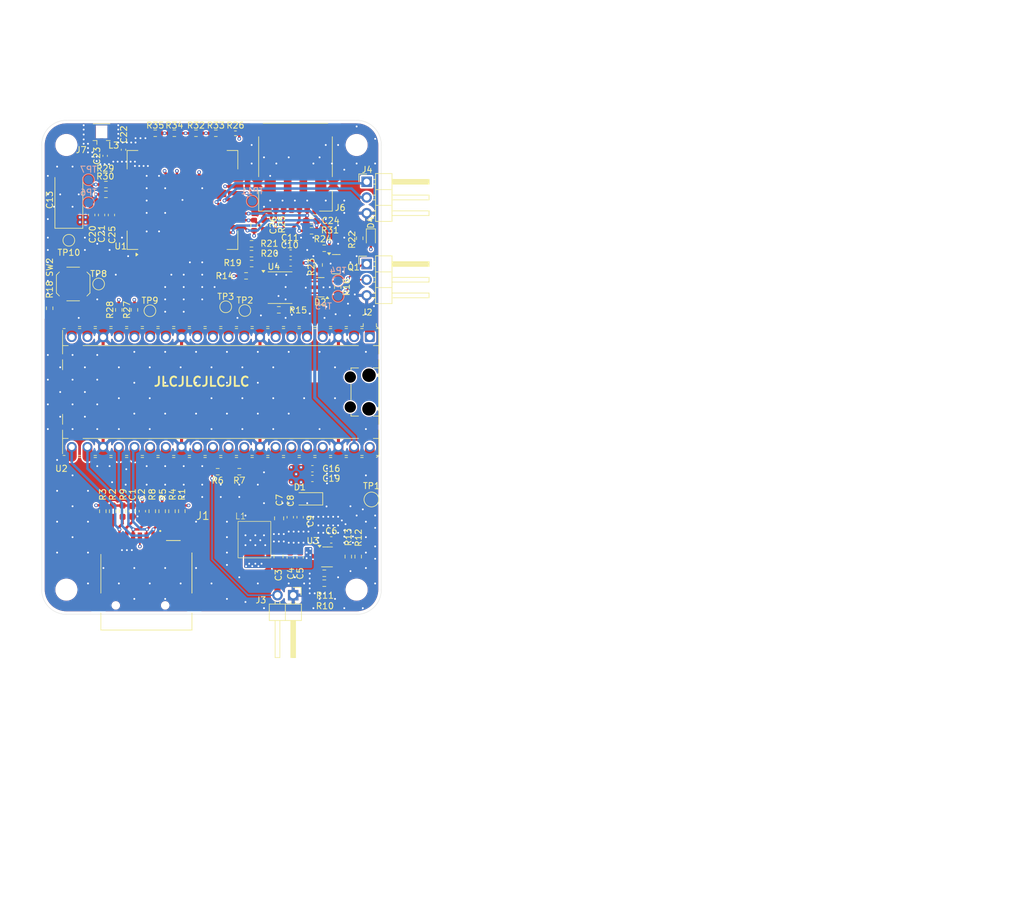
<source format=kicad_pcb>
(kicad_pcb (version 20241229) (generator "pcbnew") (generator_version "9.0")
  (layers (0 "F.Cu" signal) (4 "In1.Cu" signal) (6 "In2.Cu" signal) (2 "B.Cu" signal) (13 "F.Paste" user) (15 "B.Paste" user) (5 "F.SilkS" user "F.Silkscreen") (7 "B.SilkS" user "B.Silkscreen") (1 "F.Mask" user) (3 "B.Mask" user) (25 "Edge.Cuts" user))
  (net 0 "")
  (net 1 "GND")
  (net 2 "+3V3")
  (net 3 "+BATT")
  (net 4 "Net-(U3-SW)")
  (net 5 "Net-(U3-VBST)")
  (net 6 "Net-(D1-A)")
  (net 7 "+5V")
  (net 8 "/RS485/RS485_A")
  (net 9 "/RS485/RS485_B")
  (net 10 "/Radio/UART_TX")
  (net 11 "/Radio/UART_RX")
  (net 12 "/DAT2")
  (net 13 "/DAT1")
  (net 14 "/CD")
  (net 15 "/SD_CS")
  (net 16 "Net-(U2-GPIO26_ADC0)")
  (net 17 "Net-(U3-EN)")
  (net 18 "Net-(U3-VFB)")
  (net 19 "/RS485_RX")
  (net 20 "/RS485_R{slash}T")
  (net 21 "Net-(U1-RF_ANT)")
  (net 22 "/RS485_TX")
  (net 23 "/SD_SCLK")
  (net 29 "/SD_MOSI")
  (net 35 "/SD_MISO")
  (net 39 "Net-(J7-In)")
  (net 40 "Net-(J6-GND)")
  (net 41 "Net-(J6-VCC)")
  (net 42 "/Radio/RESET")
  (net 43 "Net-(D4-K)")
  (net 44 "Net-(Q1-C)")
  (net 45 "/Radio/MAIN_UART_RX")
  (net 46 "/Radio/MAIN_UART_TX")
  (net 47 "Net-(J6-I{slash}O)")
  (net 49 "Net-(J6-CLK)")
  (net 50 "Net-(Q1-B)")
  (net 51 "Net-(R18-Pad1)")
  (net 52 "Net-(U1-SIM_RST)")
  (net 53 "Net-(U1-SIM_CLK)")
  (net 54 "Net-(U1-SIM_DATA)")
  (net 55 "Net-(U1-NETLIGHT)")
  (net 56 "Net-(U1-VIO_SEL)")
  (net 57 "Net-(U1-RXD_DBG)")
  (net 58 "Net-(R29-Pad1)")
  (net 59 "Net-(U1-TXD_DBG)")
  (net 60 "Net-(R30-Pad1)")
  (net 61 "/Radio/GRFC1")
  (net 62 "/Radio/GRFC2")
  (net 63 "/Radio/BOOT")
  (net 64 "Net-(U1-PSM_EINT)")
  (net 90 "/Radio/RADIO_INT")
  (net 97 "Net-(J6-RST)")
  (footprint "MountingHole:MountingHole_3.2mm_M3" (layer "F.Cu") (at 121 34)
    (property "Reference" "H2" (hide yes))
    (property "Value" "MountingHole")
  )
  (footprint "Capacitor_SMD:C_0603_1608Metric_Pad1.08x0.95mm_HandSolder" (layer "F.Cu") (at 110.25 100.7875 -90)
    (property "Reference" "C4")
    (property "Value" "10uF")
  )
  (footprint "Resistor_SMD:R_0603_1608Metric_Pad0.98x0.95mm_HandSolder" (layer "F.Cu") (at 81.5 93.3 90)
    (property "Reference" "R2")
    (property "Value" "10k")
  )
  (footprint "Resistor_SMD:R_0603_1608Metric" (layer "F.Cu") (at 104.4 47 90)
    (property "Reference" "R25")
    (property "Value" "10k")
  )
  (footprint "Resistor_SMD:R_0603_1608Metric_Pad0.98x0.95mm_HandSolder" (layer "F.Cu") (at 87.899999 93.3 90)
    (property "Reference" "R8")
    (property "Value" "10k")
  )
  (footprint "LED_SMD:LED_0603_1608Metric" (layer "F.Cu") (at 123.3 49.0625 -90)
    (property "Reference" "D4")
    (property "Value" "LED")
  )
  (footprint "Resistor_SMD:R_0603_1608Metric" (layer "F.Cu") (at 80.400001 42)
    (property "Reference" "R30")
    (property "Value" "0R")
  )
  (footprint "footprint_lib:MCSPQ08ASGTR" (layer "F.Cu") (at 86.95 105.3)
    (property "Reference" "J1")
    (property "Value" "Micro_SD_Card" (hide yes))
  )
  (footprint "Capacitor_SMD:C_0402_1005Metric" (layer "F.Cu") (at 83.25 34.77 90)
    (property "Reference" "C22")
    (property "Value" "NMT")
  )
  (footprint "Package_TO_SOT_SMD:SOT-23" (layer "F.Cu") (at 115.1 57.034999 180)
    (property "Reference" "D2")
    (property "Value" "SM36.TCT")
  )
  (footprint "Resistor_SMD:R_0402_1005Metric_Pad0.72x0.64mm_HandSolder" (layer "F.Cu") (at 101.373269 32.10699)
    (property "Reference" "R26")
    (property "Value" "0R")
  )
  (footprint "Resistor_SMD:R_0603_1608Metric" (layer "F.Cu") (at 98.2 32.1)
    (property "Reference" "R33")
    (property "Value" "10k")
  )
  (footprint "Capacitor_SMD:C_0603_1608Metric_Pad1.08x0.95mm_HandSolder" (layer "F.Cu") (at 106 46.9625 90)
    (property "Reference" "C26")
    (property "Value" "100nF")
  )
  (footprint "Capacitor_SMD:C_0603_1608Metric_Pad1.08x0.95mm_HandSolder" (layer "F.Cu") (at 110.312499 51.5 180)
    (property "Reference" "C11")
    (property "Value" "10uF")
  )
  (footprint "Capacitor_Tantalum_SMD:CP_EIA-7343-31_Kemet-D_Pad2.25x2.55mm_HandSolder" (layer "F.Cu") (at 74.4 42.899999 90)
    (property "Reference" "C13")
    (property "Value" "100uF")
  )
  (footprint "Capacitor_SMD:C_0603_1608Metric_Pad1.08x0.95mm_HandSolder" (layer "F.Cu") (at 79.700001 45.3375 90)
    (property "Reference" "C21")
    (property "Value" "100nF")
  )
  (footprint "TestPoint:TestPoint_Pad_D1.5mm" (layer "F.Cu") (at 87.53 60.84)
    (property "Reference" "TP9")
    (property "Value" "TestPoint")
  )
  (footprint "Capacitor_SMD:C_0805_2012Metric_Pad1.18x1.45mm_HandSolder" (layer "F.Cu") (at 108.35 100.612499 -90)
    (property "Reference" "C3")
    (property "Value" "22uF")
  )
  (footprint "Package_TO_SOT_SMD:SOT-23" (layer "F.Cu") (at 117.7 53.3)
    (property "Reference" "Q1")
    (property "Value" "BC817")
  )
  (footprint "Inductor_SMD:L_0402_1005Metric" (layer "F.Cu") (at 81.75 35.275 180)
    (property "Reference" "L3")
    (property "Value" "NMT")
  )
  (footprint "Button_Switch_SMD:SW_SPST_SKQG_WithStem" (layer "F.Cu") (at 75.1 56.51 90)
    (property "Reference" "SW2")
    (property "Value" "SW_MEC_5E")
  )
  (footprint "Capacitor_SMD:C_0603_1608Metric_Pad1.08x0.95mm_HandSolder" (layer "F.Cu") (at 81.300001 45.337501 90)
    (property "Reference" "C25")
    (property "Value" "100pF")
  )
  (footprint "Connector_PinHeader_2.54mm:PinHeader_1x03_P2.54mm_Horizontal" (layer "F.Cu") (at 122.625 39.96)
    (property "Reference" "J4")
    (property "Value" "Conn_01x03")
  )
  (footprint "Resistor_SMD:R_0603_1608Metric_Pad0.98x0.95mm_HandSolder" (layer "F.Cu") (at 98.5 86.9 180)
    (property "Reference" "R6")
    (property "Value" "10k")
  )
  (footprint "Connector_PinHeader_2.54mm:PinHeader_1x02_P2.54mm_Horizontal" (layer "F.Cu") (at 110.725001 106.9 -90)
    (property "Reference" "J3")
    (property "Value" "Conn_01x02")
  )
  (footprint "Resistor_SMD:R_0603_1608Metric_Pad0.98x0.95mm_HandSolder" (layer "F.Cu") (at 79.899999 93.3 90)
    (property "Reference" "R3")
    (property "Value" "10k")
  )
  (footprint "TestPoint:TestPoint_Pad_D1.5mm" (layer "F.Cu") (at 74.4 49.43)
    (property "Reference" "TP10")
    (property "Value" "TestPoint")
  )
  (footprint "Resistor_SMD:R_0603_1608Metric" (layer "F.Cu") (at 80.400001 40.4)
    (property "Reference" "R29")
    (property "Value" "0R")
  )
  (footprint "Resistor_SMD:R_0603_1608Metric" (layer "F.Cu") (at 113.7 47.899999 180)
    (property "Reference" "R31")
    (property "Value" "10k")
  )
  (footprint "Resistor_SMD:R_0603_1608Metric" (layer "F.Cu") (at 82.49 60.7 90)
    (property "Reference" "R28")
    (property "Value" "0R")
  )
  (footprint "Resistor_SMD:R_0603_1608Metric_Pad0.98x0.95mm_HandSolder" (layer "F.Cu") (at 103.1 55.195001)
    (property "Reference" "R14")
    (property "Value" "10k")
  )
  (footprint "MountingHole:MountingHole_3.2mm_M3" (layer "F.Cu") (at 121 106)
    (property "Reference" "H3" (hide yes))
    (property "Value" "MountingHole")
  )
  (footprint "Resistor_SMD:R_0603_1608Metric_Pad0.98x0.95mm_HandSolder" (layer "F.Cu") (at 92.699999 93.2875 90)
    (property "Reference" "R1")
    (property "Value" "10k")
  )
  (footprint "TestPoint:TestPoint_Pad_D1.5mm" (layer "F.Cu") (at 79.22 56.51)
    (property "Reference" "TP8")
    (property "Value" "TestPoint")
  )
  (footprint "TestPoint:TestPoint_Pad_D1.5mm" (layer "F.Cu") (at 99.8 60.2)
    (property "Reference" "TP3")
    (property "Value" "TestPoint")
  )
  (footprint "RF_GSM:Quectel_BC66" (layer "F.Cu") (at 92.8 42.9 90)
    (property "Reference" "U1")
    (property "Value" "BC66")
  )
  (footprint "Resistor_SMD:R_0603_1608Metric" (layer "F.Cu") (at 94.985 32.100002)
    (property "Reference" "R32")
    (property "Value" "10k")
  )
  (footprint "Resistor_SMD:R_0603_1608Metric" (layer "F.Cu") (at 104 53.2 180)
    (property "Reference" "R19")
    (property "Value" "22R")
  )
  (footprint "Module:RaspberryPi_Pico_Common_Unspecified" (layer "F.Cu") (at 99 74 -90)
    (property "Reference" "U2")
    (property "Value" "RaspberryPi_Pico")
  )
  (footprint "Capacitor_SMD:C_0603_1608Metric_Pad1.08x0.95mm_HandSolder" (layer "F.Cu") (at 110.312499 53.1 180)
    (property "Reference" "C10")
    (property "Value" "100nF")
  )
  (footprint "Resistor_SMD:R_0603_1608Metric_Pad0.98x0.95mm_HandSolder" (layer "F.Cu") (at 89.499999 93.3 90)
    (property "Reference" "R5")
    (property "Value" "10k")
  )
  (footprint "Capacitor_SMD:C_0603_1608Metric_Pad1.08x0.95mm_HandSolder" (layer "F.Cu") (at 113.8325 86.42)
    (property "Reference" "C16")
    (property "Value" "10uF")
  )
  (footprint "Resistor_SMD:R_0603_1608Metric_Pad0.98x0.95mm_HandSolder" (layer "F.Cu") (at 91.099999 93.3 90)
    (property "Reference" "R4")
    (property "Value" "10k")
  )
  (footprint "Resistor_SMD:R_0603_1608Metric" (layer "F.Cu") (at 103.975 50 180)
    (property "Reference" "R21")
    (property "Value" "22R")
  )
  (footprint "Resistor_SMD:R_0603_1608Metric_Pad0.98x0.95mm_HandSolder" (layer "F.Cu") (at 83.099999 93.3 90)
    (property "Reference" "R9")
    (property "Value" "10k")
  )
  (footprint "Capacitor_SMD:C_0603_1608Metric_Pad1.08x0.95mm_HandSolder" (layer "F.Cu") (at 84.699999 93.3 -90)
    (property "Reference" "C1")
    (property "Value" "4,7uF")
  )
  (footprint "Resistor_SMD:R_0603_1608Metric_Pad0.98x0.95mm_HandSolder" (layer "F.Cu") (at 115.7625 103.35 180)
    (property "Reference" "R10")
    (property "Value" "10k")
  )
  (footprint "Resistor_SMD:R_0603_1608Metric" (layer "F.Cu") (at 114.925002 53.425 -90)
    (property "Reference" "R23")
    (property "Value" "47k")
  )
  (footprint "Package_SO:SO-8_3.9x4.9mm_P1.27mm" (layer "F.Cu") (at 108.6 57.1)
    (property "Reference" "U4")
    (property "Value" "SN75176BDR")
  )
  (footprint "Resistor_SMD:R_0603_1608Metric" (layer "F.Cu") (at 71.29 60.435 -90)
    (property "Reference" "R18")
    (property "Value" "1k")
  )
  (footprint "MountingHole:MountingHole_3.2mm_M3" (layer "F.Cu") (at 74 106)
    (property "Reference" "H4" (hide yes))
    (property "Value" "MountingHole")
  )
  (footprint "Resistor_SMD:R_0603_1608Metric" (layer "F.Cu") (at 103.975 51.6 180)
    (property "Reference" "R20")
    (property "Value" "22R")
  )
  (footprint "Capacitor_SMD:C_0402_1005Metric" (layer "F.Cu") (at 80.275 35.755 -90)
    (property "Reference" "C23")
    (property "Value" "NMT")
  )
  (footprint "Connector_PinHeader_2.54mm:PinHeader_1x03_P2.54mm_Horizontal" (layer "F.Cu") (at 122.625 53.275)
    (property "Reference" "J2")
    (property "Value" "Conn_01x03")
  )
  (footprint "TestPoint:TestPoint_Pad_D2.0mm" (layer "F.Cu") (at 123.4 91.4)
    (property "Reference" "TP1")
    (property "Value" "TestPoint")
  )
  (footprint "Capacitor_SMD:C_0603_1608Metric_Pad1.08x0.95mm_HandSolder" (layer "F.Cu") (at 86.299999 93.3 -90)
    (property "Reference" "C2")
    (property "Value" "100nF")
  )
  (footprint "Resistor_SMD:R_0603_1608Metric_Pad0.98x0.95mm_HandSolder" (layer "F.Cu") (at 102 86.9 180)
    (property "Reference" "R7")
    (property "Value" "10k")
  )
  (footprint "Capacitor_SMD:C_0603_1608Metric_Pad1.08x0.95mm_HandSolder" (layer "F.Cu") (at 110.25 94.275 90)
    (property "Reference" "C8")
    (property "Value" "10uF")
  )
  (footprint "Resistor_SMD:R_0603_1608Metric_Pad0.98x0.95mm_HandSolder" (layer "F.Cu") (at 115.7625 104.95)
    (property "Reference" "R11")
    (property "Value" "10k")
  )
  (footprint "Resistor_SMD:R_0603_1608Metric" (layer "F.Cu") (at 121.5 49.1 -90)
    (property "Reference" "R22")
    (property "Value" "1k")
  )
  (footprint "Resistor_SMD:R_0603_1608Metric_Pad0.98x0.95mm_HandSolder" (layer "F.Cu") (at 119.65 100.65 -90)
    (property "Reference" "R13")
    (property "Value" "10k")
  )
  (footprint "Package_TO_SOT_SMD:SOT-23-6_Handsoldering" (layer "F.Cu") (at 116.2 100.7)
    (property "Reference" "U3")
    (property "Value" "TPS562201DDCR")
  )
  (footprint "Capacitor_SMD:C_0603_1608Metric_Pad1.08x0.95mm_HandSolder" (layer "F.Cu") (at 113.7 46.299999 180)
    (property "Reference" "C24")
    (property "Value" "100nF")
  )
  (footprint "Capacitor_SMD:C_0603_1608Metric_Pad1.08x0.95mm_HandSolder" (layer "F.Cu") (at 111.850001 94.275 90)
    (property "Reference" "C9")
    (property "Value" "100nF")
  )
  (footprint "Resistor_SMD:R_0603_1608Metric_Pad0.98x0.95mm_HandSolder" (layer "F.Cu") (at 108.4 60.7)
    (property "Reference" "R15")
    (property "Value" "10k")
  )
  (footprint "Capacitor_SMD:C_0603_1608Metric_Pad1.08x0.95mm_HandSolder" (layer "F.Cu") (at 113.8325 88)
    (property "Reference" "C19")
    (property "Value" "100nF")
  )
  (footprint "Capacitor_SMD:C_0805_2012Metric_Pad1.18x1.45mm_HandSolder" (layer "F.Cu") (at 108.45 94.45 90)
    (property "Reference" "C7")
    (property "Value" "22uF")
  )
  (footprint "Connector_Coaxial:U.FL_Hirose_U.FL-R-SMT-1_Vertical" (layer "F.Cu") (at 79.7 32.4 90)
    (property "Reference" "J7")
    (property "Value" "UFL")
  )
  (footprint "MountingHole:MountingHole_3.2mm_M3" (layer "F.Cu") (at 74 34)
    (property "Reference" "H1" (hide yes))
    (property "Value" "MountingHole" (hide yes))
  )
  (footprint "Diode_SMD:D_SOD-123F" (layer "F.Cu") (at 113.3 91.3 180)
    (property "Reference" "D1")
    (property "Value" "D_Schottky")
  )
  (footprint "Resistor_SMD:R_0603_1608Metric" (layer "F.Cu") (at 88.385 32.1 180)
    (property "Reference" "R35")
    (property "Value" "10k")
  )
  (footprint "Resistor_SMD:R_0603_1608Metric" (layer "F.Cu") (at 85.03 60.7 90)
    (property "Reference" "R27")
    (property "Value" "0R")
  )
  (footprint "Capacitor_SMD:C_0603_1608Metric_Pad1.08x0.95mm_HandSolder" (layer "F.Cu") (at 111.85 100.7875 -90)
    (property "Reference" "C5")
    (property "Value" "100nF")
  )
  (footprint "TestPoint:TestPoint_Pad_D1.5mm" (layer "F.Cu") (at 102.9 60.8)
    (property "Reference" "TP2")
    (property "Value" "TestPoint")
  )
  (footprint "Resistor_SMD:R_0603_1608Metric" (layer "F.Cu") (at 91.485001 32.100001 180)
    (property "Reference" "R34")
    (property "Value" "10k")
  )
  (footprint "Connector_Card:nanoSIM_GCT_SIM8060-6-0-14-00" (layer "F.Cu") (at 111.1 37.6 180)
    (property "Reference" "J6")
    (property "Value" "SIM_Card")
  )
  (footprint "Resistor_SMD:R_0603_1608Metric" (layer "F.Cu") (at 115.750002 50.725 180)
    (property "Reference" "R24")
    (property "Value" "12k")
  )
  (footprint "footprint_lib:HPI0-3R3" (layer "F.Cu") (at 104.5 100.45 90)
    (property "Reference" "L1")
    (property "Value" "3,3uH")
  )
  (footprint "Capacitor_SMD:C_0603_1608Metric_Pad1.08x0.95mm_HandSolder" (layer "F.Cu") (at 78.1 45.337501 90)
    (property "Reference" "C20")
    (property "Value" "10uF")
  )
  (footprint "Resistor_SMD:R_0603_1608Metric_Pad0.98x0.95mm_HandSolder" (layer "F.Cu") (at 117.9375 56.997499 -90)
    (property "Reference" "R16")
    (property "Value" "120R")
  )
  (footprint "Resistor_SMD:R_0603_1608Metric_Pad0.98x0.95mm_HandSolder" (layer "F.Cu") (at 121.25 100.649999 90)
    (property "Reference" "R12")
    (property "Value" "56k")
  )
  (footprint "Capacitor_SMD:C_0603_1608Metric_Pad1.08x0.95mm_HandSolder" (layer "F.Cu") (at 116.8875 97.95 180)
    (property "Reference" "C6")
    (property "Value" "100nF")
  )
  (footprint "TestPoint:TestPoint_Pad_D1.5mm" (layer "B.Cu") (at 77.58 39.62 180)
    (property "Reference" "TP7")
    (property "Value" "TestPoint")
  )
  (footprint "TestPoint:TestPoint_Pad_D1.5mm" (layer "B.Cu") (at 77.58 43.34 180)
    (property "Reference" "TP6")
    (property "Value" "TestPoint")
  )
  (footprint "TestPoint:TestPoint_Pad_D1.5mm" (layer "B.Cu") (at 118 56 180)
    (property "Reference" "TP4")
    (property "Value" "TestPoint")
  )
  (footprint "TestPoint:TestPoint_Pad_D1.5mm" (layer "B.Cu") (at 104.1 43.1 180)
    (property "Reference" "TP11")
    (property "Value" "TestPoint")
  )
  (footprint "TestPoint:TestPoint_Pad_D1.5mm" (layer "B.Cu") (at 118 58.5 180)
    (property "Reference" "TP5")
    (property "Value" "TestPoint")
  )
  (gr_line (start 125 34) (end 125 106) (stroke (width 0.05)) (layer "Edge.Cuts"))
  (gr_line (start 121 110) (end 74 110) (stroke (width 0.05)) (layer "Edge.Cuts"))
  (gr_arc (start 125 106) (mid 123.828427 108.828427) (end 121 110) (stroke (width 0.05)) (layer "Edge.Cuts"))
  (gr_arc (start 121 30) (mid 123.828427 31.171573) (end 125 34) (stroke (width 0.05)) (layer "Edge.Cuts"))
  (gr_line (start 74 30) (end 121 30) (stroke (width 0.05)) (layer "Edge.Cuts"))
  (gr_line (start 70 106) (end 70 34) (stroke (width 0.05)) (layer "Edge.Cuts"))
  (gr_arc (start 74 110) (mid 71.171573 108.828427) (end 70 106) (stroke (width 0.05)) (layer "Edge.Cuts"))
  (gr_arc (start 70 34) (mid 71.171573 31.171573) (end 74 30) (stroke (width 0.05)) (layer "Edge.Cuts"))
  (gr_text "JLCJLCJLCJLC" (at 88 73.2 0) (layer "F.SilkS") (effects (font (size 1.5 1.5) (thickness 0.3) (bold yes)) (justify left bottom)))
  (segment (start 105.9625 46.2) (end 106 46.2375) (width 0.4) (layer "F.Cu") (net 1))
  (segment (start 84.699999 94.1625) (end 86.299999 94.1625) (width 0.4) (layer "F.Cu") (net 1))
  (segment (start 82.2 44.475001) (end 81.300001 44.475001) (width 0.4) (layer "F.Cu") (net 1))
  (segment (start 114.2125 57.05) (end 114.1625 57.1) (width 0.25) (layer "F.Cu") (net 1))
  (segment (start 109.0125 95.4875) (end 109.3625 95.1375) (width 0.4) (layer "F.Cu") (net 1))
  (segment (start 82.366241 44.30876) (end 82.366241 43.133759) (width 0.4) (layer "F.Cu") (net 1))
  (segment (start 109.3625 95.1375) (end 110.25 95.1375) (width 0.4) (layer "F.Cu") (net 1))
  (segment (start 84.2 44) (end 83 44) (width 0.4) (layer "F.Cu") (net 1))
  (segment (start 82.366241 43.133759) (end 82.6 42.9) (width 0.4) (layer "F.Cu") (net 1))
  (segment (start 83 44) (end 82.524999 44.475001) (width 0.4) (layer "F.Cu") (net 1))
  (segment (start 82.6 42.9) (end 84.2 42.9) (width 0.4) (layer "F.Cu") (net 1))
  (segment (start 83.7 96) (end 84.699999 95.000001) (width 0.4) (layer "F.Cu") (net 1))
  (segment (start 110.5 60.263773) (end 109.5 59.263773) (width 0.4) (layer "F.Cu") (net 1))
  (segment (start 108.45 95.4875) (end 109.0125 95.4875) (width 0.4) (layer "F.Cu") (net 1))
  (segment (start 84.699999 95.000001) (end 84.699999 94.1625) (width 0.4) (layer "F.Cu") (net 1))
  (segment (start 110.5 60.5) (end 110.5 60.263773) (width 0.4) (layer "F.Cu") (net 1))
  (segment (start 115.622499 57.034999) (end 115.6375 57.05) (width 0.25) (layer "F.Cu") (net 1))
  (segment (start 82.2 44.475001) (end 82.366241 44.30876) (width 0.4) (layer "F.Cu") (net 1))
  (segment (start 109.5 59.263773) (end 109.5 59) (width 0.4) (layer "F.Cu") (net 1))
  (segment (start 114.1625 57.034999) (end 115.622499 57.034999) (width 0.25) (layer "F.Cu") (net 1))
  (segment (start 83.7 97.549999) (end 83.7 96) (width 0.4) (layer "F.Cu") (net 1))
  (segment (start 82.524999 44.475001) (end 82.2 44.475001) (width 0.4) (layer "F.Cu") (net 1))
  (via (at 75 68) (size 0.6) (drill 0.3) (layers "F.Cu" "B.Cu") (net 1))
  (via (at 75 72) (size 0.6) (drill 0.3) (layers "F.Cu" "B.Cu") (net 1))
  (via (at 77 51) (size 0.6) (drill 0.3) (layers "F.Cu" "B.Cu") (net 1))
  (via (at 117.2 94.2) (size 0.6) (drill 0.3) (layers "F.Cu" "B.Cu") (net 1))
  (via (at 79 59) (size 0.6) (drill 0.3) (layers "F.Cu" "B.Cu") (net 1))
  (via (at 114 109) (size 0.6) (drill 0.3) (layers "F.Cu" "B.Cu") (net 1))
  (via (at 80 48) (size 0.6) (drill 0.3) (layers "F.Cu" "B.Cu") (net 1))
  (via (at 113 51) (size 0.6) (drill 0.3) (layers "F.Cu" "B.Cu") (net 1))
  (via (at 90 102.5) (size 0.6) (drill 0.3) (layers "F.Cu" "B.Cu") (net 1))
  (via (at 72.5 90) (size 0.6) (drill 0.3) (layers "F.Cu" "B.Cu") (net 1))
  (via (at 78.2 35.2) (size 0.6) (drill 0.3) (layers "F.Cu" "B.Cu") (net 1))
  (via (at 113 43) (size 0.6) (drill 0.3) (layers "F.Cu" "B.Cu") (net 1))
  (via (at 111 104) (size 0.6) (drill 0.3) (layers "F.Cu" "B.Cu") (net 1))
  (via (at 111.6 96.6) (size 0.6) (drill 0.3) (layers "F.Cu" "B.Cu") (net 1))
  (via (at 124 99) (size 0.6) (drill 0.3) (layers "F.Cu" "B.Cu") (net 1))
  (via (at 114.8 94.2) (size 0.6) (drill 0.3) (layers "F.Cu" "B.Cu") (net 1))
  (via (at 83 49) (size 0.6) (drill 0.3) (layers "F.Cu" "B.Cu") (net 1))
  (via (at 110 92) (size 0.6) (drill 0.3) (layers "F.Cu" "B.Cu") (net 1))
  (via (at 83 36.7) (size 0.6) (drill 0.3) (layers "F.Cu" "B.Cu") (net 1))
  (via (at 95 67.5) (size 0.6) (drill 0.3) (layers "F.Cu" "B.Cu") (net 1))
  (via (at 120.4 98.4) (size 0.6) (drill 0.3) (layers "F.Cu" "B.Cu") (net 1))
  (via (at 72.5 85) (size 0.6) (drill 0.3) (layers "F.Cu" "B.Cu") (net 1))
  (via (at 77 49) (size 0.6) (drill 0.3) (layers "F.Cu" "B.Cu") (net 1))
  (via (at 116.4 96.8) (size 0.6) (drill 0.3) (layers "F.Cu" "B.Cu") (net 1))
  (via (at 80.2 37.1) (size 0.6) (drill 0.3) (layers "F.Cu" "B.Cu") (net 1))
  (via (at 119 45) (size 0.6) (drill 0.3) (layers "F.Cu" "B.Cu") (net 1))
  (via (at 110.8 98.4) (size 0.6) (drill 0.3) (layers "F.Cu" "B.Cu") (net 1))
  (via (at 79 86) (size 0.6) (drill 0.3) (layers "F.Cu" "B.Cu") (net 1))
  (via (at 113.2 96.6) (size 0.6) (drill 0.3) (layers "F.Cu" "B.Cu") (net 1))
  (via (at 106.2 98.8) (size 0.6) (drill 0.3) (layers "F.Cu" "B.Cu") (net 1))
  (via (at 83.7 86.5) (size 0.6) (drill 0.3) (layers "F.Cu" "B.Cu") (net 1))
  (via (at 77.5 100) (size 0.6) (drill 0.3) (layers "F.Cu" "B.Cu") (net 1))
  (via (at 122.5 97.5) (size 0.6) (drill 0.3) (layers "F.Cu" "B.Cu") (net 1))
  (via (at 112 49) (size 0.6) (drill 0.3) (layers "F.Cu" "B.Cu") (net 1))
  (via (at 117.2 96.8) (size 0.6) (drill 0.3) (layers "F.Cu" "B.Cu") (net 1))
  (via (at 71 68) (size 0.6) (drill 0.3) (layers "F.Cu" "B.Cu") (net 1))
  (via (at 96 91) (size 0.6) (drill 0.3) (layers "F.Cu" "B.Cu") (net 1))
  (via (at 114.8 96.8) (size 0.6) (drill 0.3) (layers "F.Cu" "B.Cu") (net 1))
  (via (at 106 109) (size 0.6) (drill 0.3) (layers "F.Cu" "B.Cu") (net 1))
  (via (at 107.6 98.2) (size 0.6) (drill 0.3) (layers "F.Cu" "B.Cu") (net 1))
  (via (at 79 68) (size 0.6) (drill 0.3) (layers "F.Cu" "B.Cu") (net 1))
  (via (at 82.5 70) (size 0.6) (drill 0.3) (layers "F.Cu" "B.Cu") (net 1))
  (via (at 90 61) (size 0.6) (drill 0.3) (layers "F.Cu" "B.Cu") (net 1))
  (via (at 79 50) (size 0.6) (drill 0.3) (layers "F.Cu" "B.Cu") (net 1))
  (via (at 82.5 80) (size 0.6) (drill 0.3) (layers "F.Cu" "B.Cu") (net 1))
  (via (at 118 104) (size 0.6) (drill 0.3) (layers "F.Cu" "B.Cu") (net 1))
  (via (at 85.52071 94.142218) (size 0.6) (drill 0.3) (layers "F.Cu" "B.Cu") (net 1))
  (via (at 119 109) (size 0.6) (drill 0.3) (layers "F.Cu" "B.Cu") (net 1))
  (via (at 87 89) (size 0.6) (drill 0.3) (layers "F.Cu" "B.Cu") (net 1))
  (via (at 122.5 95) (size 0.6) (drill 0.3) (layers "F.Cu" "B.Cu") (net 1))
  (via (at 100 67.5) (size 0.6) (drill 0.3) (layers "F.Cu" "B.Cu") (net 1))
  (via (at 124 94) (size 0.6) (drill 0.3) (layers "F.Cu" "B.Cu") (net 1))
  (via (at 79 80) (size 0.6) (drill 0.3) (layers "F.Cu" "B.Cu") (net 1))
  (via (at 100 72.5) (size 0.6) (drill 0.3) (layers "F.Cu" "B.Cu") (net 1))
  (via (at 117.5 87.5) (size 0.6) (drill 0.3) (layers "F.Cu" "B.Cu") (net 1))
  (via (at 120.4 97.4) (size 0.6) (drill 0.3) (layers "F.Cu" "B.Cu") (net 1))
  (via (at 114 37) (size 0.6) (drill 0.3) (layers "F.Cu" "B.Cu") (net 1))
  (via (at 99 55) (size 0.6) (drill 0.3) (layers "F.Cu" "B.Cu") (net 1))
  (via (at 107.5 80) (size 0.6) (drill 0.3) (layers "F.Cu" "B.Cu") (net 1))
  (via (at 107.5 70) (size 0.6) (drill 0.3) (layers "F.Cu" "B.Cu") (net 1))
  (via (at 120 103) (size 0.6) (drill 0.3) (layers "F.Cu" "B.Cu") (net 1))
  (via (at 77.5 33.8) (size 0.6) (drill 0.3) (layers "F.Cu" "B.Cu") (net 1))
  (via (at 87 43) (size 0.6) (drill 0.3) (layers "F.Cu" "B.Cu") (net 1))
  (via (at 92.8 42.9) (size 0.6) (drill 0.3) (layers "F.Cu" "B.Cu") (net 1))
  (via (at 109.5 59) (size 0.6) (drill 0.3) (layers "F.Cu" "B.Cu") (net 1))
  (via (at 86 32.9) (size 0.6) (drill 0.3) (layers "F.Cu" "B.Cu") (net 1))
  (via (at 104 37) (size 0.6) (drill 0.3) (layers "F.Cu" "B.Cu") (net 1))
  (via (at 82.5 105) (size 0.6) (drill 0.3) (layers "F.Cu" "B.Cu") (net 1))
  (via (at 85 67.5) (size 0.6) (drill 0.3) (layers "F.Cu" "B.Cu") (net 1))
  (via (at 116.4 95.6) (size 0.6) (drill 0.3) (layers "F.Cu" "B.Cu") (net 1))
  (via (at 109.5 50) (size 0.6) (drill 0.3) (layers "F.Cu" "B.Cu") (net 1))
  (via (at 73 74) (size 0.6) (drill 0.3) (layers "F.Cu" "B.Cu") (net 1))
  (via (at 107.6 97) (size 0.6) (drill 0.3) (layers "F.Cu" "B.Cu") (net 1))
  (via (at 116.784283 53.206324) (size 0.6) (drill 0.3) (layers "F.Cu" "B.Cu") (net 1))
  (via (at 105 89) (size 0.6) (drill 0.3) (layers "F.Cu" "B.Cu") (net 1))
  (via (at 104.6 98.8) (size 0.6) (drill 0.3) (layers "F.Cu" "B.Cu") (net 1))
  (via (at 86.5 37.4) (size 0.6) (drill 0.3) (layers "F.Cu" "B.Cu") (net 1))
  (via (at 116.2 88.8) (size 0.6) (drill 0.3) (layers "F.Cu" "B.Cu") (net 1))
  (via (at 90 45) (size 0.6) (drill 0.3) (layers "F.Cu" "B.Cu") (net 1))
  (via (at 105 72.5) (size 0.6) (drill 0.3) (layers "F.Cu" "B.Cu") (net 1))
  (via (at 114.8 97.6) (size 0.6) (drill 0.3) (layers "F.Cu" "B.Cu") (net 1))
  (via (at 79.5 37.1) (size 0.6) (drill 0.3) (layers "F.Cu" "B.Cu") (net 1))
  (via (at 75 87.5) (size 0.6) (drill 0.3) (layers "F.Cu" "B.Cu") (net 1))
  (via (at 124 37) (size 0.6) (drill 0.3) (layers "F.Cu" "B.Cu") (net 1))
  (via (at 82.3 36.7) (size 0.6) (drill 0.3) (layers "F.Cu" "B.Cu") (net 1))
  (via (at 110.5 60.5) (size 0.6) (drill 0.3) (layers "F.Cu" "B.Cu") (net 1))
  (via (at 119 49) (size 0.6) (drill 0.3) (layers "F.Cu" "B.Cu") (net 1))
  (via (at 77.5 105) (size 0.6) (drill 0.3) (layers "F.Cu" "B.Cu") (net 1))
  (via (at 121 52) (size 0.6) (drill 0.3) (layers "F.Cu" "B.Cu") (net 1))
  (via (at 79 55) (size 0.6) (drill 0.3) (layers "F.Cu" "B.Cu") (net 1))
  (via (at 116.4 94.2) (size 0.6) (drill 0.3) (layers "F.Cu" "B.Cu") (net 1))
  (via (at 93 59) (size 0.6) (drill 0.3) (layers "F.Cu" "B.Cu") (net 1))
  (via (at 112.76 57.1) (size 0.6) (drill 0.3) (layers "F.Cu" "B.Cu") (net 1))
  (via (at 93 91) (size 0.6) (drill 0.3) (layers "F.Cu" "B.Cu") (net 1))
  (via (at 71 72) (size 0.6) (drill 0.3) (layers "F.Cu" "B.Cu") (net 1))
  (via (at 72.5 95) (size 0.6) (drill 0.3) (layers "F.Cu" "B.Cu") (net 1))
  (via (at 78.9 35.9) (size 0.6) (drill 0.3) (layers "F.Cu" "B.Cu") (net 1))
  (via (at 122.5 87.5) (size 0.6) (drill 0.3) (layers "F.Cu" "B.Cu") (net 1))
  (via (at 85.1 36.7) (size 0.6) (drill 0.3) (layers "F.Cu" "B.Cu") (net 1))
  (via (at 117.5 107.5) (size 0.6) (drill 0.3) (layers "F.Cu" "B.Cu") (net 1))
  (via (at 100 77.5) (size 0.6) (drill 0.3) (layers "F.Cu" "B.Cu") (net 1))
  (via (at 122.5 67.5) (size 0.6) (drill 0.3) (layers "F.Cu" "B.Cu") (net 1))
  (via (at 72.5 37.5) (size 0.6) (drill 0.3) (layers "F.Cu" "B.Cu") (net 1))
  (via (at 113 55) (size 0.6) (drill 0.3) (layers "F.Cu" "B.Cu") (net 1))
  (via (at 82.4 31.5) (size 0.6) (drill 0.3) (layers "F.Cu" "B.Cu") (net 1))
  (via (at 82 55) (size 0.6) (drill 0.3) (layers "F.Cu" "B.Cu") (net 1))
  (via (at 110.8 96.6) (size 0.6) (drill 0.3) (layers "F.Cu" "B.Cu") (net 1))
  (via (at 106 92) (size 0.6) (drill 0.3) (layers "F.Cu" "B.Cu") (net 1))
  (via (at 115.6 95.6) (size 0.6) (drill 0.3) (layers "F.Cu" "B.Cu") (net 1))
  (via (at 106 97.2) (size 0.6) (drill 0.3) (layers "F.Cu" "B.Cu") (net 1))
  (via (at 114 49) (size 0.6) (drill 0.3) (layers "F.Cu" "B.Cu") (net 1))
  (via (at 79 76) (size 0.6) (drill 0.3) (layers "F.Cu" "B.Cu") (net 1))
  (via (at 79 72) (size 0.6) (drill 0.3) (layers "F.Cu" "B.Cu") (net 1))
  (via (at 93 86) (size 0.6) (drill 0.3) (layers "F.Cu" "B.Cu") (net 1))
  (via (at 96 55) (size 0.6) (drill 0.3) (layers "F.Cu" "B.Cu") (net 1))
  (via (at 100 100) (size 0.6) (drill 0.3) (layers "F.Cu" "B.Cu") (net 1))
  (via (at 109 43) (size 0.6) (drill 0.3) (layers "F.Cu" "B.Cu") (net 1))
  (via (at 76.8 33.1) (size 0.6) (drill 0.3) (layers "F.Cu" "B.Cu") (net 1))
  (via (at 124 101) (size 0.6) (drill 0.3) (layers "F.Cu" "B.Cu") (net 1))
  (via (at 113 92) (size 0.6) (drill 0.3) (layers "F.Cu" "B.Cu") (net 1))
  (via (at 71 42) (size 0.6) (drill 0.3) (layers "F.Cu" "B.Cu") (net 1))
  (via (at 108 51.5) (size 0.6) (drill 0.3) (layers "F.Cu" "B.Cu") (net 1))
  (via (at 121 31) (size 0.6) (drill 0.3) (layers "F.Cu" "B.Cu") (net 1))
  (via (at 116.2 87.2) (size 0.6) (drill 0.3) (layers "F.Cu" "B.Cu") (net 1))
  (via (at 76 42) (size 0.6) (drill 0.3) (layers "F.Cu" "B.Cu") (net 1))
  (via (at 110.5 61.5) (size 0.6) (drill 0.3) (layers "F.Cu" "B.Cu") (net 1))
  (via (at 87.5 80) (size 0.6) (drill 0.3) (layers "F.Cu" "B.Cu") (net 1))
  (via (at 103 98.8) (size 0.6) (drill 0.3) (layers "F.Cu" "B.Cu") (net 1))
  (via (at 122.5 102.5) (size 0.6) (drill 0.3) (layers "F.Cu" "B.Cu") (net 1))
  (via (at 117.5 75) (size 0.6) (drill 0.3) (layers "F.Cu" "B.Cu") (net 1))
  (via (at 83.8 33.6) (size 0.6) (drill 0.3) (layers "F.Cu" "B.Cu") (net 1))
  (via (at 113.4 106.6) (size 0.6) (drill 0.3) (layers "F.Cu" "B.Cu") (net 1))
  (via (at 108 37) (size 0.6) (drill 0.3) (layers "F.Cu" "B.Cu") (net 1))
  (via (at 115.6 94.2) (size 0.6) (drill 0.3) (layers "F.Cu" "B.Cu") (net 1))
  (via (at 110 105) (size 0.6) (drill 0.3) (layers "F.Cu" "B.Cu") (net 1))
  (via (at 71 56) (size 0.6) (drill 0.3) (layers "F.Cu" "B.Cu") (net 1))
  (via (at 121 37) (size 0.6) (drill 0.3) (layers "F.Cu" "B.Cu") (net 1))
  (via (at 114.2 106.6) (size 0.6) (drill 0.3) (layers "F.Cu" "B.Cu") (net 1))
  (via (at 117.5 70) (size 0.6) (drill 0.3) (layers "F.Cu" "B.Cu") (net 1))
  (via (at 102 104) (size 0.6) (drill 0.3) (layers "F.Cu" "B.Cu") (net 1))
  (via (at 93 61) (size 0.6) (drill 0.3) (layers "F.Cu" "B.Cu") (net 1))
  (via (at 116 46) (size 0.6) (drill 0.3) (layers "F.Cu" "B.Cu") (net 1))
  (via (at 77 70) (size 0.6) (drill 0.3) (layers "F.Cu" "B.Cu") (net 1))
  (via (at 89.009524 47.992157) (size 0.6) (drill 0.3) (layers "F.Cu" "B.Cu") (net 1))
  (via (at 93 57) (size 0.6) (drill 0.3) (layers "F.Cu" "B.Cu") (net 1))
  (via (at 113.4 103.4) (size 0.6) (drill 0.3) (layers "F.Cu" "B.Cu") (net 1))
  (via (at 85 77.5) (size 0.6) (drill 0.3) (layers "F.Cu" "B.Cu") (net 1))
  (via (at 116.125165 92.529199) (size 0.6) (drill 0.3) (layers "F.Cu" "B.Cu") (net 1))
  (via (at 109.6 55.05) (size 0.6) (drill 0.3) (layers "F.Cu" "B.Cu") (net 1))
  (via (at 113.4 105.8) (size 0.6) (drill 0.3) (layers "F.Cu" "B.Cu") (net 1))
  (via (at 73 78) (size 0.6) (drill 0.3) (layers "F.Cu" "B.Cu") (net 1))
  (via (at 98 57) (size 0.6) (drill 0.3) (layers "F.Cu" "B.Cu") (net 1))
  (via (at 112.4 96.6) (size 0.6) (drill 0.3) (layers "F.Cu" "B.Cu") (net 1))
  (via (at 124 105) (size 0.6) (drill 0.3) (layers "F.Cu" "B.Cu") (net 1))
  (via (at 86.8 32.9) (size 0.6) (drill 0.3) (layers "F.Cu" "B.Cu") (net 1))
  (via (at 108.4 98.2) (size 0.6) (drill 0.3) (layers "F.Cu" "B.Cu") (net 1))
  (via (at 71 49) (size 0.6) (drill 0.3) (layers "F.Cu" "B.Cu") (net 1))
  (via (at 90 59) (size 0.6) (drill 0.3) (layers "F.Cu" "B.Cu") (net 1))
  (via (at 116.2 86.4) (size 0.6) (drill 0.3) (layers "F.Cu" "B.Cu") (net 1))
  (via (at 78.2 35.9) (size 0.6) (drill 0.3) (layers "F.Cu" "B.Cu") (net 1))
  (via (at 118 34) (size 0.6) (drill 0.3) (layers "F.Cu" "B.Cu") (net 1))
  (via (at 111 43) (size 0.6) (drill 0.3) (layers "F.Cu" "B.Cu") (net 1))
  (via (at 110 36) (size 0.6) (drill 0.3) (layers "F.Cu" "B.Cu") (net 1))
  (via (at 77 74) (size 0.6) (drill 0.3) (layers "F.Cu" "B.Cu") (net 1))
  (via (at 116.1 60.2) (size 0.6) (drill 0.3) (layers "F.Cu" "B.Cu") (net 1))
  (via (at 107 39) (size 0.6) (drill 0.3) (layers "F.Cu" "B.Cu") (net 1))
  (via (at 84.6 99.6) (size 0.6) (drill 0.3) (layers "F.Cu" "B.Cu") (net 1))
  (via (at 108 53.5) (size 0.6) (drill 0.3) (layers "F.Cu" "B.Cu") (net 1))
  (via (at 124 33) (size 0.6) (drill 0.3) (layers "F.Cu" "B.Cu") (net 1))
  (via (at 87.2 37.4) (size 0.6) (drill 0.3) (layers "F.Cu" "B.Cu") (net 1))
  (via (at 112.5 105) (size 0.6) (drill 0.3) (layers "F.Cu" "B.Cu") (net 1))
  (via (at 71 53) (size 0.6) (drill 0.3) (layers "F.Cu" "B.Cu") (net 1))
  (via (at 97.5 80) (size 0.6) (drill 0.3) (layers "F.Cu" "B.Cu") (net 1))
  (via (at 80.9 37.1) (size 0.6) (drill 0.3) (layers "F.Cu" "B.Cu") (net 1))
  (via (at 113.4 61.3) (size 0.6) (drill 0.3) (layers "F.Cu" "B.Cu") (net 1))
  (via (at 94 53) (size 0.6) (drill 0.3) (layers "F.Cu" "B.Cu") (net 1))
  (via (at 109.2 98.2) (size 0.6) (drill 0.3) (layers "F.Cu" "B.Cu") (net 1))
  (via (at 85.2 32.9) (size 0.6) (drill 0.3) (layers "F.Cu" "B.Cu") (net 1))
  (via (at 90 67.5) (size 0.6) (drill 0.3) (layers "F.Cu" "B.Cu") (net 1))
  (via (at 85 102.5) (size 0.6) (drill 0.3) (layers "F.Cu" "B.Cu") (net 1))
  (via (at 96 59) (size 0.6) (drill 0.3) (layers "F.Cu" "B.Cu") (net 1))
  (via (at 123.8 60.1) (size 0.6) (drill 0.3) (layers "F.Cu" "B.Cu") (net 1))
  (via (at 121 94) (size 0.6) (drill 0.3) (layers "F.Cu" "B.Cu") (net 1))
  (via (at 107 43) (size 0.6) (drill 0.3) (layers "F.Cu" "B.Cu") (net 1))
  (via (at 110 98.4) (size 0.6) (drill 0.3) (layers "F.Cu" "B.Cu") (net 1))
  (via (at 119 43) (size 0.6) (drill 0.3) (layers "F.Cu" "B.Cu") (net 1))
  (via (at 116 34) (size 0.6) (drill 0.3) (layers "F.Cu" "B.Cu") (net 1))
  (via (at 87 41) (size 0.6) (drill 0.3) (layers "F.Cu" "B.Cu") (net 1))
  (via (at 120 53) (size 0.6) (drill 0.3) (layers "F.Cu" "B.Cu") (net 1))
  (via (at 104 34) (size 0.6) (drill 0.3) (layers "F.Cu" "B.Cu") (net 1))
  (via (at 90 86) (size 0.6) (drill 0.3) (layers "F.Cu" "B.Cu") (net 1))
  (via (at 117.2 95.6) (size 0.6) (drill 0.3) (layers "F.Cu" "B.Cu") (net 1))
  (via (at 115 80) (size 0.6) (drill 0.3) (layers "F.Cu" "B.Cu") (net 1))
  (via (at 90 72.5) (size 0.6) (drill 0.3) (layers "F.Cu" "B.Cu") (net 1))
  (via (at 113.4 104.2) (size 0.6) (drill 0.3) (layers "F.Cu" "B.Cu") (net 1))
  (via (at 99 89) (size 0.6) (drill 0.3) (layers "F.Cu" "B.Cu") (net 1))
  (via (at 107.5 75) (size 0.6) (drill 0.3) (layers "F.Cu" "B.Cu") (net 1))
  (via (at 106 44) (size 0.6) (drill 0.3) (layers "F.Cu" "B.Cu") (net 1))
  (via (at 97.5 105) (size 0.6) (drill 0.3) (layers "F.Cu" "B.Cu") (net 1))
  (via (at 110 67.5) (size 0.6) (drill 0.3) (layers "F.Cu" "B.Cu") (net 1))
  (via (at 87.5 75) (size 0.6) (drill 0.3) (layers "F.Cu" "B.Cu") (net 1))
  (via (at 117 37) (size 0.6) (drill 0.3) (layers "F.Cu" "B.Cu") (net 1))
  (via (at 84.4 36.7) (size 0.6) (drill 0.3) (layers "F.Cu" "B.Cu") (net 1))
  (via (at 83.8 99.6) (size 0.6) (drill 0.3) (layers "F.Cu" "B.Cu") (net 1))
  (via (at 122 109) (size 0.6) (drill 0.3) (layers "F.Cu" "B.Cu") (net 1))
  (via (at 102.5 75) (size 0.6) (drill 0.3) (layers "F.Cu" "B.Cu") (net 1))
  (via (at 81.4 88.6) (size 0.6) (drill 0.3) (layers "F.Cu" "B.Cu") (net 1))
  (via (at 77.5 95) (size 0.6) (drill 0.3) (layers "F.Cu" "B.Cu") (net 1))
  (via (at 108 55) (size 0.6) (drill 0.3) (layers "F.Cu" "B.Cu") (net 1))
  (via (at 95 102.5) (size 0.6) (drill 0.3) (layers "F.Cu" "B.Cu") (net 1))
  (via (at 118.8 54.5) (size 0.6) (drill 0.3) (layers "F.Cu" "B.Cu") (net 1))
  (via (at 110 96.6) (size 0.6) (drill 0.3) (layers "F.Cu" "B.Cu") (net 1))
  (via (at 82.4 32.9) (size 0.6) (drill 0.3) (layers "F.Cu" "B.Cu") (net 1))
  (via (at 90 77.5) (size 0.6) (drill 0.3) (layers "F.Cu" "B.Cu") (net 1))
  (via (at 114.8 98.4) (size 0.6) (drill 0.3) (layers "F.Cu" "B.Cu") (net 1))
  (via (at 75 44) (size 0.6) (drill 0.3) (layers "F.Cu" "B.Cu") (net 1))
  (via (at 73 42) (size 0.6) (drill 0.3) (layers "F.Cu" "B.Cu") (net 1))
  (via (at 114.8 95.6) (size 0.6) (drill 0.3) (layers "F.Cu" "B.Cu") (net 1))
  (via (at 116.65 57.02) (size 0.6) (drill 0.3) (layers "F.Cu" "B.Cu") (net 1))
  (via (at 119 96.4) (size 0.6) (drill 0.3) (layers "F.Cu" "B.Cu") (net 1))
  (via (at 93 89) (size 0.6) (drill 0.3) (layers "F.Cu" "B.Cu") (net 1))
  (via (at 122 93) (size 0.6) (drill 0.3) (layers "F.Cu" "B.Cu") (net 1))
  (via (at 87 45) (size 0.6) (drill 0.3) (layers "F.Cu" "B.Cu") (net 1))
  (via (at 108.35 58.45) (size 0.6) (drill 0.3) (layers "F.Cu" "B.Cu") (net 1))
  (via (at 85 72.5) (size 0.6) (drill 0.3) (layers "F.Cu" "B.Cu") (net 1))
  (via (at 96 57) (size 0.6) (drill 0.3) (layers "F.Cu" "B.Cu") (net 1))
  (via (at 122.5 61.4) (size 0.6) (drill 0.3) (layers "F.Cu" "B.Cu") (net 1))
  (via (at 118 50) (size 0.6) (drill 0.3) (layers "F.Cu" "B.Cu") (net 1))
  (via (at 104.6 97.2) (size 0.6) (drill 0.3) (layers "F.Cu" "B.Cu") (net 1))
  (via (at 75 97.5) (size 0.6) (drill 0.3) (layers "F.Cu" "B.Cu") (net 1))
  (via (at 95 95) (size 0.6) (drill 0.3) (layers "F.Cu" "B.Cu") (net 1))
  (via (at 100 107.5) (size 0.6) (drill 0.3) (layers "F.Cu" "B.Cu") (net 1))
  (via (at 82.4 32.2) (size 0.6) (drill 0.3) (layers "F.Cu" "B.Cu") (net 1))
  (via (at 115.6 96.8) (size 0.6) (drill 0.3) (layers "F.Cu" "B.Cu") (net 1))
  (via (at 115 36) (size 0.6) (drill 0.3) (layers "F.Cu" "B.Cu") (net 1))
  (via (at 73 70) (size 0.6) (drill 0.3) (layers "F.Cu" "B.Cu") (net 1))
  (via (at 102.5 80) (size 0.6) (drill 0.3) (layers "F.Cu" "B.Cu") (net 1))
  (via (at 77.5 35.2) (size 0.6) (drill 0.3) (layers "F.Cu" "B.Cu") (net 1))
  (via (at 87 48) (size 0.6) (drill 0.3) (layers "F.Cu" "B.Cu") (net 1))
  (via (at 120.7 58.2) (size 0.6) (drill 0.3) (layers "F.Cu" "B.Cu") (net 1))
  (via (at 109.5 57) (size 0.6) (drill 0.3) (layers "F.Cu" "B.Cu") (net 1))
  (via (at 76.8 30.8) (size 0.6) (drill 0.3) (layers "F.Cu" "B.Cu") (net 1))
  (via (at 105.5 61.6) (size 0.6) (drill 0.3) (layers "F.Cu" "B.Cu") (net 1))
  (via (at 102 89) (size 0.6) (drill 0.3) (layers "F.Cu" "B.Cu") (net 1))
  (via (at 113.2 95) (size 0.6) (drill 0.3) (layers "F.Cu" "B.Cu") (net 1))
  (via (at 82.4 33.6) (size 0.6) (drill 0.3) (layers "F.Cu" "B.Cu") (net 1))
  (via (at 71 80) (size 0.6) (drill 0.3) (layers "F.Cu" "B.Cu") (net 1))
  (via (at 108.4 97) (size 0.6) (drill 0.3) (layers "F.Cu" "B.Cu") (net 1))
  (via (at 72 44) (size 0.6) (drill 0.3) (layers "F.Cu" "B.Cu") (net 1))
  (via (at 85.2 33.6) (size 0.6) (drill 0.3) (layers "F.Cu" "B.Cu") (net 1))
  (via (at 119 98.4) (size 0.6) (drill 0.3) (layers "F.Cu" "B.Cu") (net 1))
  (via (at 77.5 34.5) (size 0.6) (drill 0.3) (layers "F.Cu" "B.Cu") (net 1))
  (via (at 115.8 62) (size 0.6) (drill 0.3) (layers "F.Cu" "B.Cu") (net 1))
  (via (at 91 55) (size 0.6) (drill 0.3) (layers "F.Cu" "B.Cu") (net 1))
  (via (at 75 76) (size 0.6) (drill 0.3) (layers "F.Cu" "B.Cu") (net 1))
  (via (at 97.5 70) (size 0.6) (drill 0.3) (layers "F.Cu" "B.Cu") (net 1))
  (via (at 113.2 95.8) (size 0.6) (drill 0.3) (layers "F.Cu" "B.Cu") (net 1))
  (via (at 114 52) (size 0.6) (drill 0.3) (layers "F.Cu" "B.Cu") (net 1))
  (via (at 111.6 98.4) (size 0.6) (drill 0.3) (layers "F.Cu" "B.Cu") (net 1))
  (via (at 81 51) (size 0.6) (drill 0.3) (layers "F.Cu" "B.Cu") (net 1))
  (via (at 84.5 33.6) (size 0.6) (drill 0.3) (layers "F.Cu" "B.Cu") (net 1))
  (via (at 115 106.6) (size 0.6) (drill 0.3) (layers "F.Cu" "B.Cu") (net 1))
  (via (at 77 78) (size 0.6) (drill 0.3) (layers "F.Cu" "B.Cu") (net 1))
  (via (at 92.5 105) (size 0.6) (drill 0.3) (layers "F.Cu" "B.Cu") (net 1))
  (via (at 114 94.2) (size 0.6) (drill 0.3) (layers "F.Cu" "B.Cu") (net 1))
  (via (at 120 92.5) (size 0.6) (drill 0.3) (layers "F.Cu" "B.Cu") (net 1))
  (via (at 115 107.5) (size 0.6) (drill 0.3) (layers "F.Cu" "B.Cu") (net 1))
  (via (at 112.4 98.4) (size 0.6) (drill 0.3) (layers "F.Cu" "B.Cu") (net 1))
  (via (at 96 89) (size 0.6) (drill 0.3) (layers "F.Cu" "B.Cu") (net 1))
  (via (at 77.5 90) (size 0.6) (drill 0.3) (layers "F.Cu" "B.Cu") (net 1))
  (via (at 124 96) (size 0.6) (drill 0.3) (layers "F.Cu" "B.Cu") (net 1))
  (via (at 97.5 75) (size 0.6) (drill 0.3) (layers "F.Cu" "B.Cu") (net 1))
  (via (at 118.6 94.8) (size 0.6) (drill 0.3) (layers "F.Cu" "B.Cu") (net 1))
  (via (at 116 43) (size 0.6) (drill 0.3) (layers "F.Cu" "B.Cu") (net 1))
  (via (at 122.5 80) (size 0.6) (drill 0.3) (layers "F.Cu" "B.Cu") (net 1))
  (via (at 95 72.5) (size 0.6) (drill 0.3) (layers "F.Cu" "B.Cu") (net 1))
  (via (at 101.7 62) (size 0.6) (drill 0.3) (layers "F.Cu" "B.Cu") (net 1))
  (via (at 85.8 37.4) (size 0.6) (drill 0.3) (layers "F.Cu" "B.Cu") (net 1))
  (via (at 92.5 70) (size 0.6) (drill 0.3) (layers "F.Cu" "B.Cu") (net 1))
  (via (at 103 94) (size 0.6) (drill 0.3) (layers "F.Cu" "B.Cu") (net 1))
  (via (at 119 97.4) (size 0.6) (drill 0.3) (layers "F.Cu" "B.Cu") (net 1))
  (via (at 105 105) (size 0.6) (drill 0.3) (layers "F.Cu" "B.Cu") (net 1))
  (via (at 90 57) (size 0.6) (drill 0.3) (layers "F.Cu" "B.Cu") (net 1))
  (via (at 113.2 98.4) (size 0.6) (drill 0.3) (layers "F.Cu" "B.Cu") (net 1))
  (via (at 87.5 105) (size 0.6) (drill 0.3) (layers "F.Cu" "B.Cu") (net 1))
  (via (at 85.1 37.4) (size 0.6) (drill 0.3) (layers "F.Cu" "B.Cu") (net 1))
  (via (at 80 102.5) (size 0.6) (drill 0.3) (layers "F.Cu" "B.Cu") (net 1))
  (via (at 72.5 100) (size 0.6) (drill 0.3) (layers "F.Cu" "B.Cu") (net 1))
  (via (at 96 86) (size 0.6) (drill 0.3) (layers "F.Cu" "B.Cu") (net 1))
  (via (at 113.4 105) (size 0.6) (drill 0.3) (layers "F.Cu" "B.Cu") (net 1))
  (via (at 87.5 70) (size 0.6) (drill 0.3) (layers "F.Cu" "B.Cu") (net 1))
  (via (at 109 92) (size 0.6) (drill 0.3) (layers "F.Cu" "B.Cu") (net 1))
  (via (at 75 80) (size 0.6) (drill 0.3) (layers "F.Cu" "B.Cu") (net 1))
  (via (at 122.5 100) (size 0.6) (drill 0.3) (layers "F.Cu" "B.Cu") (net 1))
  (via (at 96 41) (size 0.6) (drill 0.3) (layers "F.Cu" "B.Cu") (net 1))
  (via (at 103.8 98) (size 0.6) (drill 0.3) (layers "F.Cu" "B.Cu") (net 1))
  (via (at 118 96.8) (size 0.6) (drill 0.3) (layers "F.Cu" "B.Cu") (net 1))
  (via (at 110 77.5) (size 0.6) (drill 0.3) (layers "F.Cu" "B.Cu") (net 1))
  (via (at 82.4 30.8) (size 0.6) (drill 0.3) (layers "F.Cu" "B.Cu") (net 1))
  (via (at 83 99.6) (size 0.6) (drill 0.3) (layers "F.Cu" "B.Cu") (net 1))
  (via (at 118 47) (size 0.6) (drill 0.3) (layers "F.Cu" "B.Cu") (net 1))
  (via (at 118 94.2) (size 0.6) (drill 0.3) (layers "F.Cu" "B.Cu") (net 1))
  (via (at 90 107.5) (size 0.6) (drill 0.3) (layers "F.Cu" "B.Cu") (net 1))
  (via (at 105.4 98) (size 0.6) (drill 0.3) (layers "F.Cu" "B.Cu") (net 1))
  (via (at 119 38) (size 0.6) (drill 0.3) (layers "F.Cu" "B.Cu") (net 1))
  (via (at 106 36) (size 0.6) (drill 0.3) (layers "F.Cu" "B.Cu") (net 1))
  (via (at 81.6 36.7) (size 0.6) (drill 0.3) (layers "F.Cu" "B.Cu") (net 1))
  (via (at 93 55) (size 0.6) (drill 0.3) (layers "F.Cu" "B.Cu") (net 1))
  (via (at 114 98.4) (size 0.6) (drill 0.3) (layers "F.Cu" "B.Cu") (net 1))
  (via (at 83.1 33.6) (size 0.6) (drill 0.3) (layers "F.Cu" "B.Cu") (net 1))
  (via (at 76 62) (size 0.6) (drill 0.3) (layers "F.Cu" "B.Cu") (net 1))
  (via (at 109.2 97) (size 0.6) (drill 0.3) (layers "F.Cu" "B.Cu") (net 1))
  (via (at 113.2 94.2) (size 0.6) (drill 0.3) (layers "F.Cu" "B.Cu") (net 1))
  (via (at 100 97.5) (size 0.6) (drill 0.3) (layers "F.Cu" "B.Cu") (net 1))
  (via (at 85 107.5) (size 0.6) (drill 0.3) (layers "F.Cu" "B.Cu") (net 1))
  (via (at 76.8 32.3) (size 0.6) (drill 0.3) (layers "F.Cu" "B.Cu") (net 1))
  (via (at 115.6375 57.05) (size 0.6) (drill 0.3) (layers "F.Cu" "B.Cu") (net 1))
  (via (at 105 67.5) (size 0.6) (drill 0.3) (layers "F.Cu" "B.Cu") (net 1))
  (via (at 118 95.6) (size 0.6) (drill 0.3) (layers "F.Cu" "B.Cu") (net 1))
  (via (at 71 58) (size 0.6) (drill 0.3) (layers "F.Cu" "B.Cu") (net 1))
  (via (at 71 76) (size 0.6) (drill 0.3) (layers "F.Cu" "B.Cu") (net 1))
  (via (at 99 91) (size 0.6) (drill 0.3) (layers "F.Cu" "B.Cu") (net 1))
  (via (at 102.5 70) (size 0.6) (drill 0.3) (layers "F.Cu" "B.Cu") (net 1))
  (via (at 75 92.5) (size 0.6) (drill 0.3) (layers "F.Cu" "B.Cu") (net 1))
  (via (at 87 39) (size 0.6) (drill 0.3) (layers "F.Cu" "B.Cu") (net 1))
  (via (at 82.5 75) (size 0.6) (drill 0.3) (layers "F.Cu" "B.Cu") (net 1))
  (via (at 100 102) (size 0.6) (drill 0.3) (layers "F.Cu" "B.Cu") (net 1))
  (via (at 109.5 62) (size 0.6) (drill 0.3) (layers "F.Cu" "B.Cu") (net 1))
  (via (at 95 77.5) (size 0.6) (drill 0.3) (layers "F.Cu" "B.Cu") (net 1))
  (via (at 112.5 75) (size 0.6) (drill 0.3) (layers "F.Cu" "B.Cu") (net 1))
  (via (at 115 67.5) (size 0.6) (drill 0.3) (layers "F.Cu" "B.Cu") (net 1))
  (via (at 100 95) (size 0.6) (drill 0.3) (layers "F.Cu" "B.Cu") (net 1))
  (via (at 115.8 106.6) (size 0.6) (drill 0.3) (layers "F.Cu" "B.Cu") (net 1))
  (via (at 106 87) (size 0.6) (drill 0.3) (layers "F.Cu" "B.Cu") (net 1))
  (via (at 96 53) (size 0.6) (drill 0.3) (layers "F.Cu" "B.Cu") (net 1))
  (via (at 120 48) (size 0.6) (drill 0.3) (layers "F.Cu" "B.Cu") (net 1))
  (via (at 78.9 36.6) (size 0.6) (drill 0.3) (layers "F.Cu" "B.Cu") (net 1))
  (via (at 103 108) (size 0.6) (drill 0.3) (layers "F.Cu" "B.Cu") (net 1))
  (via (at 71 51) (size 0.6) (drill 0.3) (layers "F.Cu" "B.Cu") (net 1))
  (via (at 83.6 89) (size 0.6) (drill 0.3) (layers "F.Cu" "B.Cu") (net 1))
  (via (at 117.6 61.4) (size 0.6) (drill 0.3) (layers "F.Cu" "B.Cu") (net 1))
  (via (at 119.9 61.6) (size 0.6) (drill 0.3) (layers "F.Cu" "B.Cu") (net 1))
  (via (at 90 89) (size 0.6) (drill 0.3) (layers "F.Cu" "B.Cu") (net 1))
  (via (at 83.7 36.7) (size 0.6) (drill 0.3) (layers "F.Cu" "B.Cu") (net 1))
  (via (at 87 86) (size 0.6) (drill 0.3) (layers "F.Cu" "B.Cu") (net 1))
  (via (at 89 39) (size 0.6) (drill 0.3) (layers "F.Cu" "B.Cu") (net 1))
  (via (at 103 97.2) (size 0.6) (drill 0.3) (layers "F.Cu" "B.Cu") (net 1))
  (via (at 75 37.5) (size 0.6) (drill 0.3) (layers "F.Cu" "B.Cu") (net 1))
  (via (at 105 77.5) (size 0.6) (drill 0.3) (layers "F.Cu" "B.Cu") (net 1))
  (via (at 76.8 33.8) (size 0.6) (drill 0.3) (layers "F.Cu" "B.Cu") (net 1))
  (via (at 71 39) (size 0.6) (drill 0.3) (layers "F.Cu" "B.Cu") (net 1))
  (via (at 119.2 95.4) (size 0.6) (drill 0.3) (layers "F.Cu" "B.Cu") (net 1))
  (via (at 90 41) (size 0.6) (drill 0.3) (layers "F.Cu" "B.Cu") (net 1))
  (via (at 81 86) (size 0.6) (drill 0.3) (layers "F.Cu" "B.Cu") (net 1))
  (via (at 76.8 31.5) (size 0.6) (drill 0.3) (layers "F.Cu" "B.Cu") (net 1))
  (via (at 116.2 88) (size 0.6) (drill 0.3) (layers "F.Cu" "B.Cu") (net 1))
  (via (at 119.6 59.7) (size 0.6) (drill 0.3) (layers "F.Cu" "B.Cu") (net 1))
  (via (at 120 96.4) (size 0.6) (drill 0.3) (layers "F.Cu" "B.Cu") (net 1))
  (via (at 84 52) (size 0.6) (drill 0.3) (layers "F.Cu" "B.Cu") (net 1))
  (via (at 71 46) (size 0.6) (drill 0.3) (layers "F.Cu" "B.Cu") (net 1))
  (via (at 102 91) (size 0.6) (drill 0.3) (layers "F.Cu" "B.Cu") (net 1))
  (segment (start 101.154999 55.195001) (end 102.1875 55.195001) (width 0.4) (layer "F.Cu") (net 2))
  (segment (start 92.687499 92.3875) (end 92.699999 92.375) (width 0.4) (layer "F.Cu") (net 2))
  (segment (start 112.97 88) (end 112.97 82.89) (width 1) (layer "F.Cu") (net 2))
  (segment (start 102.157501 55.225) (end 102.1875 55.195001) (width 0.4) (layer "F.Cu") (net 2))
  (segment (start 93.3 32.100002) (end 94.16 32.100002) (width 0.4) (layer "F.Cu") (net 2))
  (segment (start 92.699999 92.375) (end 93.775 92.375) (width 0.4) (layer "F.Cu") (net 2))
  (segment (start 79.862499 92.35) (end 79.899999 92.3875) (width 0.4) (layer "F.Cu") (net 2))
  (segment (start 123.3 49.85) (end 123.3 50.9) (width 0.4) (layer "F.Cu") (net 2))
  (segment (start 93.775 92.375) (end 93.79 92.36) (width 0.4) (layer "F.Cu") (net 2))
  (segment (start 74.4 49.43) (end 74.4 46.099999) (width 0.4) (layer "F.Cu") (net 2))
  (segment (start 85.899998 98.999998) (end 85.899998 98) (width 0.25) (layer "F.Cu") (net 2))
  (segment (start 92.310001 32.100001) (end 93.3 32.100002) (width 0.4) (layer "F.Cu") (net 2))
  (segment (start 104.4 47.825) (end 104.4 48.7) (width 0.4) (layer "F.Cu") (net 2))
  (segment (start 89.499999 92.3875) (end 89.499999 91.330001) (width 0.4) (layer "F.Cu") (net 2))
  (segment (start 78.81 92.35) (end 79.862499 92.35) (width 0.4) (layer "F.Cu") (net 2))
  (segment (start 101.13 55.22) (end 101.154999 55.195001) (width 0.4) (layer "F.Cu") (net 2))
  (segment (start 85.9 99) (end 85.899998 98.999998) (width 0.25) (layer "F.Cu") (net 2))
  (segment (start 86.299999 91.4) (end 86.299999 92.4375) (width 0.4) (layer "F.Cu") (net 2))
  (segment (start 89.499999 91.730001) (end 89.51 91.72) (width 0.4) (layer "F.Cu") (net 2))
  (segment (start 79.899999 92.3875) (end 92.687499 92.3875) (width 0.4) (layer "F.Cu") (net 2))
  (via (at 104.4 48.7) (size 0.6) (drill 0.3) (layers "F.Cu" "B.Cu") (net 2))
  (via (at 112 86.2) (size 0.6) (drill 0.3) (layers "F.Cu" "B.Cu") (net 2))
  (via (at 112 88.6) (size 0.6) (drill 0.3) (layers "F.Cu" "B.Cu") (net 2))
  (via (at 123.3 50.9) (size 0.6) (drill 0.3) (layers "F.Cu" "B.Cu") (net 2))
  (via (at 111.2 87.3) (size 0.6) (drill 0.3) (layers "F.Cu" "B.Cu") (net 2))
  (via (at 110.4 88.6) (size 0.6) (drill 0.3) (layers "F.Cu" "B.Cu") (net 2))
  (via (at 76.2 45.7) (size 0.6) (drill 0.3) (layers "F.Cu" "B.Cu") (net 2))
  (via (at 93.79 92.36) (size 0.6) (drill 0.3) (layers "F.Cu" "B.Cu") (net 2))
  (via (at 78.81 92.35) (size 0.6) (drill 0.3) (layers "F.Cu" "B.Cu") (net 2))
  (via (at 93.3 32.100002) (size 0.6) (drill 0.3) (layers "F.Cu" "B.Cu") (net 2))
  (via (at 76.2 46.5) (size 0.6) (drill 0.3) (layers "F.Cu" "B.Cu") (net 2))
  (via (at 110.4 86.2) (size 0.6) (drill 0.3) (layers "F.Cu" "B.Cu") (net 2))
  (via (at 86.299999 91.4) (size 0.6) (drill 0.3) (layers "F.Cu" "B.Cu") (net 2))
  (via (at 77.1 46.5) (size 0.6) (drill 0.3) (layers "F.Cu" "B.Cu") (net 2))
  (via (at 77.1 45.7) (size 0.6) (drill 0.3) (layers "F.Cu" "B.Cu") (net 2))
  (via (at 89.51 91.32) (size 0.6) (drill 0.3) (layers "F.Cu" "B.Cu") (net 2))
  (via (at 101.13 55.22) (size 0.6) (drill 0.3) (layers "F.Cu" "B.Cu") (net 2))
  (via (at 85.9 99) (size 0.6) (drill 0.3) (layers "F.Cu" "B.Cu") (net 2))
  (segment (start 108.185001 101.814998) (end 108.35 101.649999) (width 1) (layer "F.Cu") (net 3))
  (segment (start 108.185001 106.9) (end 108.185001 101.814998) (width 1) (layer "F.Cu") (net 3))
  (segment (start 97.6 88) (end 97.5875 87.9875) (width 0.25) (layer "F.Cu") (net 3))
  (segment (start 114.85 103.35) (end 114.85 101.65) (width 0.25) (layer "F.Cu") (net 3))
  (segment (start 97.5875 86.9) (end 97.5875 87.9875) (width 0.25) (layer "F.Cu") (net 3))
  (via (at 97.5875 87.9875) (size 0.6) (drill 0.3) (layers "F.Cu" "B.Cu") (net 3))
  (segment (start 97.5875 87.9875) (end 97.5875 101.0875) (width 0.25) (layer "B.Cu") (net 3))
  (segment (start 103.4 106.9) (end 108.185001 106.9) (width 0.25) (layer "B.Cu") (net 3))
  (segment (start 97.5875 101.0875) (end 103.4 106.9) (width 0.25) (layer "B.Cu") (net 3))
  (segment (start 115.8 100.7) (end 114.85 100.7) (width 0.25) (layer "F.Cu") (net 4))
  (segment (start 116.025 97.95) (end 116.025 100.475) (width 0.25) (layer "F.Cu") (net 4))
  (segment (start 116.025 100.475) (end 115.8 100.7) (width 0.25) (layer "F.Cu") (net 4))
  (via (at 112.9 100.9) (size 0.6) (drill 0.3) (layers "F.Cu" "B.Cu") (net 4))
  (via (at 105.6 101.8) (size 0.6) (drill 0.3) (layers "F.Cu" "B.Cu") (net 4))
  (via (at 105.1 102.2) (size 0.6) (drill 0.3) (layers "F.Cu" "B.Cu") (net 4))
  (via (at 103.6 101.8) (size 0.6) (drill 0.3) (layers "F.Cu" "B.Cu") (net 4))
  (via (at 113.5 99.4) (size 0.6) (drill 0.3) (layers "F.Cu" "B.Cu") (net 4))
  (via (at 104.1 102.2) (size 0.6) (drill 0.3) (layers "F.Cu" "B.Cu") (net 4))
  (via (at 104.6 101.8) (size 0.6) (drill 0.3) (layers "F.Cu" "B.Cu") (net 4))
  (via (at 103.1 102.2) (size 0.6) (drill 0.3) (layers "F.Cu" "B.Cu") (net 4))
  (via (at 112.9 100) (size 0.6) (drill 0.3) (layers "F.Cu" "B.Cu") (net 4))
  (via (at 113.5 100.4) (size 0.6) (drill 0.3) (layers "F.Cu" "B.Cu") (net 4))
  (segment (start 117.750001 99.55) (end 117.549999 99.75) (width 0.25) (layer "F.Cu") (net 5))
  (segment (start 117.75 97.95) (end 117.750001 99.55) (width 0.25) (layer "F.Cu") (net 5))
  (segment (start 111.85 93.412501) (end 118.3125 93.4125) (width 0.25) (layer "F.Cu") (net 6))
  (segment (start 118.3125 93.4125) (end 121.25 96.35) (width 0.25) (layer "F.Cu") (net 6))
  (segment (start 104.5 95.45) (end 106.5375 93.4125) (width 1) (layer "F.Cu") (net 6))
  (segment (start 121.25 96.35) (end 121.249999 99.7375) (width 0.25) (layer "F.Cu") (net 6))
  (segment (start 111.850001 91.349999) (end 111.9 91.3) (width 1) (layer "F.Cu") (net 6))
  (segment (start 106.5375 93.4125) (end 111.850001 93.4125) (width 1) (layer "F.Cu") (net 6))
  (segment (start 111.850001 93.4125) (end 111.850001 91.349999) (width 1) (layer "F.Cu") (net 6))
  (segment (start 111.175 53.100001) (end 112.8 53.1) (width 0.5) (layer "F.Cu") (net 7))
  (segment (start 123.4 91.4) (end 121.7 91.4) (width 0.25) (layer "F.Cu") (net 7))
  (segment (start 119.65 89.35) (end 120.59 88.41) (width 1) (layer "F.Cu") (net 7))
  (segment (start 114.7 91.3) (end 117.7 91.3) (width 1) (layer "F.Cu") (net 7))
  (segment (start 111.175 51.500001) (end 111.175 55.195001) (width 0.5) (layer "F.Cu") (net 7))
  (segment (start 120.59 88.41) (end 120.59 83.69) (width 1) (layer "F.Cu") (net 7))
  (segment (start 121.7 91.4) (end 119.65 89.35) (width 0.25) (layer "F.Cu") (net 7))
  (segment (start 117.7 91.3) (end 119.65 89.35) (width 1) (layer "F.Cu") (net 7))
  (via (at 112.8 53.1) (size 0.6) (drill 0.3) (layers "F.Cu" "B.Cu") (net 7))
  (segment (start 120.59 81.29) (end 120.59 82.89) (width 0.5) (layer "B.Cu") (net 7))
  (segment (start 114.221 74.921) (end 120.59 81.29) (width 0.5) (layer "B.Cu") (net 7))
  (segment (start 114.221 53.621) (end 114.221 74.921) (width 0.5) (layer "B.Cu") (net 7))
  (segment (start 112.8 53.1) (end 113.7 53.1) (width 0.5) (layer "B.Cu") (net 7))
  (segment (start 113.7 53.1) (end 114.221 53.621) (width 0.5) (layer "B.Cu") (net 7))
  (segment (start 121.925 53.275) (end 122.625 53.275) (width 0.25) (layer "F.Cu") (net 8))
  (segment (start 111.175 56.465) (end 112.735 56.465) (width 0.25) (layer "F.Cu") (net 8))
  (segment (start 117.9375 56.084999) (end 119.115001 56.084999) (width 0.25) (layer "F.Cu") (net 8))
  (segment (start 119.6 55.6) (end 121.925 53.275) (width 0.25) (layer "F.Cu") (net 8))
  (segment (start 119.115001 56.084999) (end 119.6 55.6) (width 0.25) (layer "F.Cu") (net 8))
  (segment (start 112.735 56.465) (end 113.115001 56.084999) (width 0.25) (layer "F.Cu") (net 8))
  (segment (start 116.0375 56.084999) (end 117.9375 56.084999) (width 0.25) (layer "F.Cu") (net 8))
  (segment (start 113.115001 56.084999) (end 116.0375 56.084999) (width 0.25) (layer "F.Cu") (net 8))
  (via (at 119.6 55.6) (size 0.6) (drill 0.3) (layers "F.Cu" "B.Cu") (net 8))
  (segment (start 119.6 55.6) (end 119.6 55.65) (width 0.25) (layer "B.Cu") (net 8))
  (segment (start 119.6 55.65) (end 119.25 56) (width 0.25) (layer "B.Cu") (net 8))
  (segment (start 119.25 56) (end 118 56) (width 0.25) (layer "B.Cu") (net 8))
  (segment (start 111.175 57.735) (end 112.835 57.735) (width 0.25) (layer "F.Cu") (net 9))
  (segment (start 117.9375 57.909999) (end 118.990001 57.909999) (width 0.25) (layer "F.Cu") (net 9))
  (segment (start 121.085 55.815) (end 122.625 55.815) (width 0.25) (layer "F.Cu") (net 9))
  (segment (start 112.835 57.735) (end 113.084999 57.984999) (width 0.25) (layer "F.Cu") (net 9))
  (segment (start 118.990001 57.909999) (end 121.085 55.815) (width 0.25) (layer "F.Cu") (net 9))
  (segment (start 113.084999 57.984999) (end 116.0375 57.984999) (width 0.25) (layer "F.Cu") (net 9))
  (segment (start 116.1125 57.909999) (end 116.0375 57.984999) (width 0.25) (layer "F.Cu") (net 9))
  (segment (start 117.9375 57.909999) (end 116.1125 57.909999) (width 0.25) (layer "F.Cu") (net 9))
  (via (at 119.2 57.7) (size 0.6) (drill 0.3) (layers "F.Cu" "B.Cu") (net 9))
  (segment (start 118 58.5) (end 118.4 58.5) (width 0.25) (layer "B.Cu") (net 9))
  (segment (start 118.4 58.5) (end 119.2 57.7) (width 0.25) (layer "B.Cu") (net 9))
  (segment (start 82.49 65.11) (end 82.49 61.525) (width 0.4) (layer "F.Cu") (net 10))
  (segment (start 85.03 65.11) (end 85.03 61.525) (width 0.4) (layer "F.Cu") (net 11))
  (segment (start 90.9 97) (end 89.35 97) (width 0.25) (layer "F.Cu") (net 12))
  (segment (start 92.699999 94.2) (end 92.699999 95.2) (width 0.25) (layer "F.Cu") (net 12))
  (segment (start 89.35 97) (end 89.2 97.15) (width 0.25) (layer "F.Cu") (net 12))
  (segment (start 92.699999 95.2) (end 90.9 97) (width 0.25) (layer "F.Cu") (net 12))
  (segment (start 81.5 97.549999) (end 81.5 94.2125) (width 0.4) (layer "F.Cu") (net 13))
  (segment (start 79.899999 94.2125) (end 79.899999 95.399999) (width 0.4) (layer "F.Cu") (net 14))
  (segment (start 80.4 95.9) (end 80.4 97.55) (width 0.4) (layer "F.Cu") (net 14))
  (segment (start 79.899999 95.399999) (end 80.4 95.9) (width 0.4) (layer "F.Cu") (net 14))
  (segment (start 88.5 95.8) (end 90.4 95.8) (width 0.4) (layer "F.Cu") (net 15))
  (segment (start 88.1 96.95) (end 88.1 98) (width 0.25) (layer "F.Cu") (net 15))
  (segment (start 90.4 95.8) (end 91.099999 95.100001) (width 0.4) (layer "F.Cu") (net 15))
  (segment (start 88.1 96.241942) (end 88.1 97.55) (width 0.4) (layer "F.Cu") (net 15))
  (segment (start 88.1 96.2) (end 88.5 95.8) (width 0.4) (layer "F.Cu") (net 15))
  (segment (start 88.1 96.241942) (end 88.1 96.2) (width 0.4) (layer "F.Cu") (net 15))
  (segment (start 91.099999 95.100001) (end 91.099999 94.2125) (width 0.4) (layer "F.Cu") (net 15))
  (via (at 88.1 96.241942) (size 0.6) (drill 0.3) (layers "F.Cu" "B.Cu") (net 15))
  (segment (start 77.41 86.401364) (end 77.41 82.89) (width 0.4) (layer "B.Cu") (net 15))
  (segment (start 88.1 96.241942) (end 87.091942 97.25) (width 0.4) (layer "B.Cu") (net 15))
  (segment (start 83 91.991364) (end 77.41 86.401364) (width 0.4) (layer "B.Cu") (net 15))
  (segment (start 87.091942 97.25) (end 84.6 97.25) (width 0.4) (layer "B.Cu") (net 15))
  (segment (start 83 95.65) (end 83 91.991364) (width 0.4) (layer "B.Cu") (net 15))
  (segment (start 84.6 97.25) (end 83 95.65) (width 0.4) (layer "B.Cu") (net 15))
  (segment (start 100.2 86.9) (end 99.4125 86.9) (width 0.25) (layer "F.Cu") (net 16))
  (segment (start 100.27 86.83) (end 100.27 83.69) (width 0.25) (layer "F.Cu") (net 16))
  (segment (start 101.0875 86.9) (end 100.2 86.9) (width 0.25) (layer "F.Cu") (net 16))
  (segment (start 100.2 86.9) (end 100.27 86.83) (width 0.25) (layer "F.Cu") (net 16))
  (segment (start 116.583167 100.7) (end 116.35 100.933167) (width 0.25) (layer "F.Cu") (net 17))
  (segment (start 116.35 102.45) (end 116.675 102.775) (width 0.25) (layer "F.Cu") (net 17))
  (segment (start 117.549999 100.7) (end 116.583167 100.7) (width 0.25) (layer "F.Cu") (net 17))
  (segment (start 116.675 103.35) (end 116.675 104.95) (width 0.25) (layer "F.Cu") (net 17))
  (segment (start 116.35 100.933167) (end 116.35 102.45) (width 0.25) (layer "F.Cu") (net 17))
  (segment (start 116.675 102.775) (end 116.675 103.35) (width 0.25) (layer "F.Cu") (net 17))
  (segment (start 117.55 101.65) (end 121.1625 101.65) (width 0.25) (layer "F.Cu") (net 18))
  (segment (start 100.2 57.8) (end 103.3 57.8) (width 0.25) (layer "F.Cu") (net 19))
  (segment (start 103.3 57.8) (end 104.0125 57.0875) (width 0.25) (layer "F.Cu") (net 19))
  (segment (start 95.19 62.81) (end 100.2 57.8) (width 0.25) (layer "F.Cu") (net 19))
  (segment (start 104.0125 57.0875) (end 104.0125 55.195001) (width 0.25) (layer "F.Cu") (net 19))
  (segment (start 95.19 64.31) (end 95.19 62.81) (width 0.25) (layer "F.Cu") (net 19))
  (segment (start 104.0125 55.195001) (end 106.025 55.195001) (width 0.25) (layer "F.Cu") (net 19))
  (segment (start 107.4875 58.1875) (end 107.4875 60.7) (width 0.25) (layer "F.Cu") (net 20))
  (segment (start 101.5 60.7) (end 107.4875 60.7) (width 0.25) (layer "F.Cu") (net 20))
  (segment (start 100.27 64.31) (end 100.27 61.93) (width 0.25) (layer "F.Cu") (net 20))
  (segment (start 107.035 57.735) (end 107.4875 58.1875) (width 0.25) (layer "F.Cu") (net 20))
  (segment (start 106.025 56.465) (end 106.025 57.735) (width 0.25) (layer "F.Cu") (net 20))
  (segment (start 106.025 57.735) (end 107.035 57.735) (width 0.25) (layer "F.Cu") (net 20))
  (segment (start 100.27 61.93) (end 101.5 60.7) (width 0.25) (layer "F.Cu") (net 20))
  (segment (start 86.2 35.25) (end 86.199997 35.250003) (width 0.2847) (layer "F.Cu") (net 21))
  (segment (start 86.2 35.25) (end 82.26 35.25) (width 0.3025) (layer "F.Cu") (net 21))
  (segment (start 82.26 35.25) (end 82.235 35.275) (width 0.2847) (layer "F.Cu") (net 21))
  (segment (start 97.73 62.47) (end 101.195001 59.004999) (width 0.25) (layer "F.Cu") (net 22))
  (segment (start 101.195001 59.004999) (end 106.025 59.004999) (width 0.25) (layer "F.Cu") (net 22))
  (segment (start 97.73 64.31) (end 97.73 62.47) (width 0.25) (layer "F.Cu") (net 22))
  (segment (start 84.8 96.276533) (end 84.834591 96.241942) (width 0.4) (layer "F.Cu") (net 23))
  (segment (start 85.758058 96.241942) (end 87.7875 94.2125) (width 0.4) (layer "F.Cu") (net 23))
  (segment (start 87.7875 94.2125) (end 87.899999 94.2125) (width 0.4) (layer "F.Cu") (net 23))
  (segment (start 84.8 97.55) (end 84.8 96.276533) (width 0.4) (layer "F.Cu") (net 23))
  (segment (start 84.834591 96.241942) (end 85.758058 96.241942) (width 0.4) (layer "F.Cu") (net 23))
  (via (at 84.834591 96.241942) (size 0.6) (drill 0.3) (layers "F.Cu" "B.Cu") (net 23))
  (segment (start 84.05 95.457351) (end 84.834591 96.241942) (width 0.4) (layer "B.Cu") (net 23))
  (segment (start 84.05 91.55) (end 84.05 95.457351) (width 0.4) (layer "B.Cu") (net 23))
  (segment (start 82.49 82.89) (end 82.49 89.99) (width 0.4) (layer "B.Cu") (net 23))
  (segment (start 82.49 89.99) (end 84.05 91.55) (width 0.4) (layer "B.Cu") (net 23))
  (segment (start 88.183884 95.1) (end 87.041942 96.241942) (width 0.4) (layer "F.Cu") (net 29))
  (segment (start 87 96.283884) (end 87 98) (width 0.25) (layer "F.Cu") (net 29))
  (segment (start 89.499999 94.700001) (end 89.1 95.1) (width 0.4) (layer "F.Cu") (net 29))
  (segment (start 87.041942 96.241942) (end 87 96.283884) (width 0.25) (layer "F.Cu") (net 29))
  (segment (start 89.499999 94.2125) (end 89.499999 94.700001) (width 0.4) (layer "F.Cu") (net 29))
  (segment (start 89.1 95.1) (end 88.183884 95.1) (width 0.4) (layer "F.Cu") (net 29))
  (via (at 87.041942 96.241942) (size 0.6) (drill 0.3) (layers "F.Cu" "B.Cu") (net 29))
  (segment (start 84.81971 83.10029) (end 84.81971 95.01971) (width 0.4) (layer "B.Cu") (net 29))
  (segment (start 84.81971 95.01971) (end 86.041942 96.241942) (width 0.4) (layer "B.Cu") (net 29))
  (segment (start 85.03 82.89) (end 84.81971 83.10029) (width 0.4) (layer "B.Cu") (net 29))
  (segment (start 86.041942 96.241942) (end 87.041942 96.241942) (width 0.4) (layer "B.Cu") (net 29))
  (segment (start 82.6 95.8) (end 83.099999 95.300001) (width 0.4) (layer "F.Cu") (net 35))
  (segment (start 83.099999 95.300001) (end 83.099999 94.2125) (width 0.4) (layer "F.Cu") (net 35))
  (segment (start 82.6 96.241942) (end 82.6 95.8) (width 0.4) (layer "F.Cu") (net 35))
  (segment (start 82.6 97.55) (end 82.6 96.241942) (width 0.4) (layer "F.Cu") (net 35))
  (via (at 82.6 96.241942) (size 0.6) (drill 0.3) (layers "F.Cu" "B.Cu") (net 35))
  (segment (start 74.87 82.89) (end 74.87 85.47) (width 0.4) (layer "B.Cu") (net 35))
  (segment (start 74.87 85.47) (end 81.9 92.5) (width 0.4) (layer "B.Cu") (net 35))
  (segment (start 81.9 92.5) (end 81.9 95.541942) (width 0.4) (layer "B.Cu") (net 35))
  (segment (start 81.9 95.541942) (end 82.6 96.241942) (width 0.4) (layer "B.Cu") (net 35))
  (segment (start 79.800001 33.550001) (end 79.700002 33.450001) (width 0.2) (layer "F.Cu") (net 39))
  (segment (start 81.265 35.275) (end 80.225 35.275) (width 0.3025) (layer "F.Cu") (net 39))
  (segment (start 79.7 34.805545) (end 79.7 33.45) (width 0.3025) (layer "F.Cu") (net 39))
  (segment (start 80.125 35.275) (end 80.275 35.275) (width 0.3025) (layer "F.Cu") (net 39))
  (segment (start 79.8375 35.1375) (end 79.868933 35.168933) (width 0.3025) (layer "F.Cu") (net 39))
  (arc (start 79.868933 35.168933) (mid 79.986417 35.247434) (end 80.125 35.275) (width 0.3025) (layer "F.Cu") (net 39))
  (arc (start 79.7 34.805545) (mid 79.735735 34.985197) (end 79.8375 35.1375) (width 0.3025) (layer "F.Cu") (net 39))
  (segment (start 113 45.4) (end 113 44.4) (width 0.4) (layer "F.Cu") (net 40))
  (segment (start 96.925 48.175) (end 100.95 48.175) (width 0.4) (layer "F.Cu") (net 40))
  (segment (start 112.8375 46.299999) (end 112.8375 45.7625) (width 0.4) (layer "F.Cu") (net 40))
  (segment (start 112.8375 45.7625) (end 113 45.6) (width 0.4) (layer "F.Cu") (net 40))
  (segment (start 100.95 48.175) (end 101 48.125) (width 0.4) (layer "F.Cu") (net 40))
  (segment (start 96.1 49) (end 96.925 48.175) (width 0.4) (layer "F.Cu") (net 40))
  (segment (start 113 45.6) (end 113 45.4) (width 0.4) (layer "F.Cu") (net 40))
  (segment (start 101 48.125) (end 101 48.15) (width 0.4) (layer "F.Cu") (net 40))
  (segment (start 112.8375 44.1625) (end 113 44) (width 0.4) (layer "F.Cu") (net 40))
  (segment (start 96.1 50.55) (end 96.1 49) (width 0.4) (layer "F.Cu") (net 40))
  (via (at 113 45.4) (size 0.6) (drill 0.3) (layers "F.Cu" "B.Cu") (net 40))
  (via (at 101 48.15) (size 0.6) (drill 0.3) (layers "F.Cu" "B.Cu") (net 40))
  (segment (start 104.7 47.05) (end 106.35 45.4) (width 0.4) (layer "B.Cu") (net 40))
  (segment (start 101 47.65) (end 101.6 47.05) (width 0.4) (layer "B.Cu") (net 40))
  (segment (start 101.6 47.05) (end 104.7 47.05) (width 0.4) (layer "B.Cu") (net 40))
  (segment (start 106.35 45.4) (end 113 45.4) (width 0.4) (layer "B.Cu") (net 40))
  (segment (start 101 48.15) (end 101 47.65) (width 0.4) (layer "B.Cu") (net 40))
  (segment (start 114.5625 46.299999) (end 114.5625 45.7625) (width 0.4) (layer "F.Cu") (net 41))
  (segment (start 114.5625 45.7625) (end 114.270001 45.470001) (width 0.4) (layer "F.Cu") (net 41))
  (segment (start 114.525 47) (end 114.525 46.337499) (width 0.4) (layer "F.Cu") (net 41))
  (segment (start 114.525 47.899999) (end 114.525 47) (width 0.4) (layer "F.Cu") (net 41))
  (segment (start 102.775 47.3) (end 103.325 47.85) (width 0.4) (layer "F.Cu") (net 41))
  (segment (start 114.270001 45.470001) (end 114.270001 44.4) (width 0.4) (layer "F.Cu") (net 41))
  (segment (start 101.399999 47.3) (end 102.775 47.3) (width 0.4) (layer "F.Cu") (net 41))
  (segment (start 114.525 46.337499) (end 114.5625 46.299999) (width 0.4) (layer "F.Cu") (net 41))
  (via (at 103.325 47.85) (size 0.6) (drill 0.3) (layers "F.Cu" "B.Cu") (net 41))
  (via (at 114.525 47) (size 0.6) (drill 0.3) (layers "F.Cu" "B.Cu") (net 41))
  (segment (start 114.425 46.9) (end 114.525 47) (width 0.4) (layer "B.Cu") (net 41))
  (segment (start 103.325 47.85) (end 104.95 47.85) (width 0.4) (layer "B.Cu") (net 41))
  (segment (start 104.95 47.85) (end 106.601 46.199) (width 0.4) (layer "B.Cu") (net 41))
  (segment (start 114.425 46.525) (end 114.425 46.9) (width 0.4) (layer "B.Cu") (net 41))
  (segment (start 114.099 46.199) (end 114.425 46.525) (width 0.4) (layer "B.Cu") (net 41))
  (segment (start 106.601 46.199) (end 114.099 46.199) (width 0.4) (layer "B.Cu") (net 41))
  (segment (start 104.4 46.175) (end 101.425 46.175) (width 0.4) (layer "F.Cu") (net 42))
  (segment (start 87.57 65.11) (end 87.57 64.31) (width 0.4) (layer "F.Cu") (net 42))
  (segment (start 87.57 60.88) (end 87.53 60.84) (width 0.4) (layer "F.Cu") (net 42))
  (segment (start 101.425 46.175) (end 101.4 46.2) (width 0.4) (layer "F.Cu") (net 42))
  (segment (start 87.57 64.31) (end 87.57 60.88) (width 0.4) (layer "F.Cu") (net 42))
  (segment (start 106 47.775) (end 104.4 46.175) (width 0.4) (layer "F.Cu") (net 42))
  (segment (start 106 47.825) (end 106 47.775) (width 0.4) (layer "F.Cu") (net 42))
  (via (at 103.5 46.2) (size 0.6) (drill 0.3) (layers "F.Cu" "B.Cu") (net 42))
  (segment (start 123.3 48.275) (end 121.5 48.275) (width 0.4) (layer "F.Cu") (net 43))
  (segment (start 118.6375 51.4625) (end 118.6375 53.3) (width 0.4) (layer "F.Cu") (net 44))
  (segment (start 121.5 49.925) (end 120.175 49.925) (width 0.4) (layer "F.Cu") (net 44))
  (segment (start 120.175 49.925) (end 118.6375 51.4625) (width 0.4) (layer "F.Cu") (net 44))
  (segment (start 101.4 42.9) (end 99.702 42.9) (width 0.4) (layer "F.Cu") (net 45))
  (segment (start 85.03 59.094975) (end 85 59.064975) (width 0.4) (layer "F.Cu") (net 45))
  (segment (start 85.03 59.875) (end 85.03 59.094975) (width 0.4) (layer "F.Cu") (net 45))
  (segment (start 99.702 42.9) (end 99.601 43.001) (width 0.4) (layer "F.Cu") (net 45))
  (via (at 99.601 43.001) (size 0.6) (drill 0.3) (layers "F.Cu" "B.Cu") (net 45))
  (via (at 85 59.064975) (size 0.6) (drill 0.3) (layers "F.Cu" "B.Cu") (net 45))
  (segment (start 121.65 42.5) (end 122.625 42.5) (width 0.4) (layer "B.Cu") (net 45))
  (segment (start 101.548776 41.053224) (end 120.203224 41.053224) (width 0.4) (layer "B.Cu") (net 45))
  (segment (start 120.203224 41.053224) (end 121.65 42.5) (width 0.4) (layer "B.Cu") (net 45))
  (segment (start 99.601 43.001) (end 101.548776 41.053224) (width 0.4) (layer "B.Cu") (net 45))
  (segment (start 99.050002 44) (end 101.4 44) (width 0.4) (layer "F.Cu") (net 46))
  (segment (start 98.300002 43.25) (end 99.050002 44) (width 0.4) (layer "F.Cu") (net 46))
  (segment (start 82.49 59.064975) (end 82.49 59.875) (width 0.4) (layer "F.Cu") (net 46))
  (via (at 98.300002 43.25) (size 0.6) (drill 0.3) (layers "F.Cu" "B.Cu") (net 46))
  (via (at 82.49 59.064975) (size 0.6) (drill 0.3) (layers "F.Cu" "B.Cu") (net 46))
  (segment (start 122.385 40.2) (end 122.625 39.96) (width 0.4) (layer "B.Cu") (net 46))
  (segment (start 101.350002 40.2) (end 122.385 40.2) (width 0.4) (layer "B.Cu") (net 46))
  (segment (start 98.300002 43.25) (end 101.350002 40.2) (width 0.4) (layer "B.Cu") (net 46))
  (segment (start 105.9 50) (end 104.8 50) (width 0.4) (layer "F.Cu") (net 47))
  (segment (start 107.9 46.9) (end 107.9 44.42) (width 0.4) (layer "F.Cu") (net 47))
  (segment (start 107.9 48) (end 105.9 50) (width 0.4) (layer "F.Cu") (net 47))
  (segment (start 107.9 46.9) (end 107.9 48) (width 0.4) (layer "F.Cu") (net 47))
  (segment (start 111.7 47.9) (end 112.875 47.899999) (width 0.4) (layer "F.Cu") (net 47))
  (segment (start 107.9 44.42) (end 107.92 44.4) (width 0.4) (layer "F.Cu") (net 47))
  (via (at 107.9 46.9) (size 0.6) (drill 0.3) (layers "F.Cu" "B.Cu") (net 47))
  (via (at 111.7 47.9) (size 0.6) (drill 0.3) (layers "F.Cu" "B.Cu") (net 47))
  (segment (start 107.9 46.9) (end 111.3 46.9) (width 0.4) (layer "B.Cu") (net 47))
  (segment (start 111.7 47.3) (end 111.7 47.9) (width 0.4) (layer "B.Cu") (net 47))
  (segment (start 111.3 46.9) (end 111.7 47.3) (width 0.4) (layer "B.Cu") (net 47))
  (segment (start 104.8 51.6) (end 105.237569 51.6) (width 0.4) (layer "F.Cu") (net 49))
  (segment (start 109.189999 47.64757) (end 109.189999 44.4) (width 0.4) (layer "F.Cu") (net 49))
  (segment (start 105.237569 51.6) (end 109.189999 47.64757) (width 0.4) (layer "F.Cu") (net 49))
  (segment (start 115.7 52.6) (end 114.925002 52.6) (width 0.4) (layer "F.Cu") (net 50))
  (segment (start 114.925002 52.6) (end 114.925002 50.725) (width 0.4) (layer "F.Cu") (net 50))
  (segment (start 115.95 52.35) (end 115.7 52.6) (width 0.4) (layer "F.Cu") (net 50))
  (segment (start 116.7625 52.35) (end 115.95 52.35) (width 0.4) (layer "F.Cu") (net 50))
  (segment (start 73.25 59.61) (end 73.25 53.41) (width 0.4) (layer "F.Cu") (net 51))
  (segment (start 71.29 59.61) (end 73.25 59.61) (width 0.4) (layer "F.Cu") (net 51))
  (segment (start 98.3 50.55) (end 98.3 52.9) (width 0.4) (layer "F.Cu") (net 52))
  (segment (start 103.075 53.3) (end 103.175 53.2) (width 0.4) (layer "F.Cu") (net 52))
  (segment (start 98.7 53.3) (end 103.075 53.3) (width 0.4) (layer "F.Cu") (net 52))
  (segment (start 98.3 52.9) (end 98.7 53.3) (width 0.4) (layer "F.Cu") (net 52))
  (segment (start 103.15 51.6) (end 101.2 51.6) (width 0.4) (layer "F.Cu") (net 53))
  (segment (start 100.15 50.55) (end 99.4 50.55) (width 0.4) (layer "F.Cu") (net 53))
  (segment (start 101.2 51.6) (end 100.15 50.55) (width 0.4) (layer "F.Cu") (net 53))
  (segment (start 100.4 48.8) (end 101.6 50) (width 0.4) (layer "F.Cu") (net 54))
  (segment (start 97.2 49.1) (end 97.5 48.8) (width 0.4) (layer "F.Cu") (net 54))
  (segment (start 101.6 50) (end 103.15 50) (width 0.4) (layer "F.Cu") (net 54))
  (segment (start 97.2 50.55) (end 97.2 49.1) (width 0.4) (layer "F.Cu") (net 54))
  (segment (start 97.5 48.8) (end 100.4 48.8) (width 0.4) (layer "F.Cu") (net 54))
  (segment (start 116.575002 50.725) (end 116.575002 49.7) (width 0.4) (layer "F.Cu") (net 55))
  (segment (start 101.4 45.1) (end 103.5 45.1) (width 0.4) (layer "F.Cu") (net 55))
  (via (at 103.5 45.1) (size 0.6) (drill 0.3) (layers "F.Cu" "B.Cu") (net 55))
  (via (at 116.575002 49.7) (size 0.6) (drill 0.3) (layers "F.Cu" "B.Cu") (net 55))
  (segment (start 106.201 44.699) (end 113.448942 44.699) (width 0.4) (layer "B.Cu") (net 55))
  (segment (start 105.8 45.1) (end 106.201 44.699) (width 0.4) (layer "B.Cu") (net 55))
  (segment (start 103.5 45.1) (end 105.8 45.1) (width 0.4) (layer "B.Cu") (net 55))
  (segment (start 113.448942 44.699) (end 116.575002 47.82506) (width 0.4) (layer "B.Cu") (net 55))
  (segment (start 116.575002 47.82506) (end 116.575002 49.7) (width 0.4) (layer "B.Cu") (net 55))
  (segment (start 95.5 39.300001) (end 95.5 38.4) (width 0.4) (layer "F.Cu") (net 56))
  (segment (start 102 33) (end 102 32.136221) (width 0.4) (layer "F.Cu") (net 56))
  (segment (start 102 32.136221) (end 101.970769 32.10699) (width 0.4) (layer "F.Cu") (net 56))
  (via (at 102 33) (size 0.6) (drill 0.3) (layers "F.Cu" "B.Cu") (net 56))
  (via (at 95.5 38.4) (size 0.6) (drill 0.3) (layers "F.Cu" "B.Cu") (net 56))
  (segment (start 84.2 40.700001) (end 82.200001 40.700001) (width 0.2) (layer "F.Cu") (net 57))
  (segment (start 81.900002 40.400001) (end 81.225001 40.4) (width 0.2) (layer "F.Cu") (net 57))
  (segment (start 82.200001 40.700001) (end 81.900002 40.400001) (width 0.2) (layer "F.Cu") (net 57))
  (segment (start 79.575001 40.4) (end 78.77 40.4) (width 0.4) (layer "F.Cu") (net 58))
  (via (at 78.77 40.4) (size 0.6) (drill 0.3) (layers "F.Cu" "B.Cu") (net 58))
  (segment (start 78.36 40.4) (end 77.58 39.62) (width 0.4) (layer "B.Cu") (net 58))
  (segment (start 78.77 40.4) (end 78.36 40.4) (width 0.4) (layer "B.Cu") (net 58))
  (segment (start 81.8 42.000001) (end 82 41.800001) (width 0.2) (layer "F.Cu") (net 59))
  (segment (start 82 41.800001) (end 84.2 41.800001) (width 0.2) (layer "F.Cu") (net 59))
  (segment (start 81.225001 42) (end 81.8 42.000001) (width 0.2) (layer "F.Cu") (net 59))
  (segment (start 79.575001 42) (end 78.77 42) (width 0.4) (layer "F.Cu") (net 60))
  (via (at 78.77 42) (size 0.6) (drill 0.3) (layers "F.Cu" "B.Cu") (net 60))
  (segment (start 78.77 42) (end 78.77 42.45) (width 0.4) (layer "B.Cu") (net 60))
  (segment (start 77.88 43.34) (end 77.58 43.34) (width 0.4) (layer "B.Cu") (net 60))
  (segment (start 78.77 42.45) (end 77.88 43.34) (width 0.4) (layer "B.Cu") (net 60))
  (segment (start 92 38.2) (end 91.9 38.2) (width 0.4) (layer "F.Cu") (net 61))
  (segment (start 96.6 32.100002) (end 97.259997 32.100002) (width 0.4) (layer "F.Cu") (net 61))
  (segment (start 95.81 32.100002) (end 96.6 32.100002) (width 0.4) (layer "F.Cu") (net 61))
  (segment (start 91.9 38.2) (end 91.9 39.3) (width 0.4) (layer "F.Cu") (net 61))
  (via (at 96.6 32.100002) (size 0.6) (drill 0.3) (layers "F.Cu" "B.Cu") (net 61))
  (via (at 91.9 38.2) (size 0.6) (drill 0.3) (layers "F.Cu" "B.Cu") (net 61))
  (segment (start 89.9 38.2) (end 89.9 38.4) (width 0.4) (layer "F.Cu") (net 62))
  (segment (start 89.21 32.1) (end 89.9 32.1) (width 0.4) (layer "F.Cu") (net 62))
  (segment (start 89.9 38.4) (end 90.099999 38.599999) (width 0.4) (layer "F.Cu") (net 62))
  (segment (start 89.9 32.1) (end 90.660001 32.100001) (width 0.4) (layer "F.Cu") (net 62))
  (segment (start 90.099999 38.599999) (end 90.099999 39.3) (width 0.4) (layer "F.Cu") (net 62))
  (via (at 89.9 32.1) (size 0.6) (drill 0.3) (layers "F.Cu" "B.Cu") (net 62))
  (via (at 89.9 38.2) (size 0.6) (drill 0.3) (layers "F.Cu" "B.Cu") (net 62))
  (segment (start 76.95 56.71) (end 76.95 59.61) (width 0.4) (layer "F.Cu") (net 63))
  (segment (start 76.95 56.48) (end 76.95 56.71) (width 0.4) (layer "F.Cu") (net 63))
  (segment (start 92.29 53.41) (end 92.8 52.9) (width 0.4) (layer "F.Cu") (net 63))
  (segment (start 76.98 56.51) (end 79.22 56.51) (width 0.4) (layer "F.Cu") (net 63))
  (segment (start 76.95 53.41) (end 92.29 53.41) (width 0.4) (layer "F.Cu") (net 63))
  (segment (start 92.8 52.9) (end 92.8 50.55) (width 0.4) (layer "F.Cu") (net 63))
  (segment (start 76.95 56.48) (end 76.98 56.51) (width 0.4) (layer "F.Cu") (net 63))
  (segment (start 76.95 53.41) (end 76.95 56.48) (width 0.4) (layer "F.Cu") (net 63))
  (segment (start 103.2 41.8) (end 101.4 41.8) (width 0.4) (layer "F.Cu") (net 64))
  (via (at 103.2 41.8) (size 0.6) (drill 0.3) (layers "F.Cu" "B.Cu") (net 64))
  (segment (start 104.1 43.1) (end 104.1 42.7) (width 0.4) (layer "B.Cu") (net 64))
  (segment (start 104.1 42.7) (end 103.2 41.8) (width 0.4) (layer "B.Cu") (net 64))
  (segment (start 101.4 40.7) (end 99.7 40.7) (width 0.4) (layer "F.Cu") (net 90))
  (via (at 99.7 40.7) (size 0.6) (drill 0.3) (layers "F.Cu" "B.Cu") (net 90))
  (segment (start 104.9 53.2) (end 111.73 46.37) (width 0.4) (layer "F.Cu") (net 97))
  (segment (start 111.73 46.37) (end 111.73 44.4) (width 0.4) (layer "F.Cu") (net 97))
  (segment (start 104.825 53.2) (end 104.9 53.2) (width 0.4) (layer "F.Cu") (net 97))
  (zone (net 0) (net_name "") (layer "F.Cu") (connect_pads (clearance 0)) (min_thickness 0.25)
    (keepout (tracks allowed) (vias allowed) (pads allowed) (copperpour not_allowed) (footprints allowed))
    (fill (thermal_gap 0.5) (thermal_bridge_width 0.5))
    (polygon (pts (xy 117.2 52) (xy 117.2 51.8) (xy 118.4 51.8) (xy 118.4 52)))
  )
  (zone (net 3) (net_name "+BATT") (layer "F.Cu") (priority 3) (connect_pads yes (clearance 0.25)) (min_thickness 0.25) (fill yes (thermal_gap 0.5) (thermal_bridge_width 0.5) (smoothing fillet) (radius 0.2))
    (polygon (pts (xy 115.7 101.2) (xy 107.4 101.2) (xy 107.4 102.8) (xy 115.7 102.8)))
  )
  (zone (net 0) (net_name "") (layer "F.Cu") (connect_pads (clearance 0)) (min_thickness 0.25)
    (keepout (tracks allowed) (vias allowed) (pads allowed) (copperpour not_allowed) (footprints allowed))
    (fill (thermal_gap 0.5) (thermal_bridge_width 0.5))
    (polygon (pts (xy 111.962682 55.915631) (xy 111.962682 55.715631) (xy 113.162682 55.715631) (xy 113.162682 55.915631)))
  )
  (zone (net 0) (net_name "") (layer "F.Cu") (connect_pads yes (clearance 0)) (min_thickness 0.25)
    (keepout (tracks allowed) (vias allowed) (pads allowed) (copperpour not_allowed) (footprints allowed))
    (fill (thermal_gap 0.5) (thermal_bridge_width 0.5))
    (polygon (pts (xy 117.21 57.52) (xy 117.23 56.28) (xy 117.53 56.27) (xy 117.48 57.61) (xy 117.21 57.61)))
  )
  (zone (net 0) (net_name "") (layer "F.Cu") (connect_pads (clearance 0)) (min_thickness 0.25)
    (keepout (tracks allowed) (vias allowed) (pads allowed) (copperpour not_allowed) (footprints allowed))
    (fill (thermal_gap 0.5) (thermal_bridge_width 0.5))
    (polygon (pts (xy 107.145474 57.598476) (xy 106.945474 57.598476) (xy 106.945474 54.998476) (xy 107.145474 54.998476)))
  )
  (zone (net 0) (net_name "") (layer "F.Cu") (connect_pads (clearance 0)) (min_thickness 0.25)
    (keepout (tracks allowed) (vias allowed) (pads allowed) (copperpour not_allowed) (footprints allowed))
    (fill (thermal_gap 0.5) (thermal_bridge_width 0.5))
    (polygon (pts (xy 95.176995 66.16044) (xy 95.176995 65.96044) (xy 100.376995 65.96044) (xy 100.376995 66.16044)))
  )
  (zone (net 1) (net_name "GND") (layer "F.Cu") (name "gnd_ant") (priority 5) (connect_pads yes (clearance 0.25)) (min_thickness 0.25) (fill yes (thermal_gap 0.5) (thermal_bridge_width 0.5))
    (polygon (pts (xy 76.3 30.525) (xy 76.328509 37.73793) (xy 88.89493 37.955531) (xy 88.781106 30.5) (xy 76.325 30.5)))
  )
  (zone (net 0) (net_name "") (layer "F.Cu") (connect_pads (clearance 0)) (min_thickness 0.25)
    (keepout (tracks allowed) (vias allowed) (pads allowed) (copperpour not_allowed) (footprints allowed))
    (fill (thermal_gap 0.5) (thermal_bridge_width 0.5))
    (polygon (pts (xy 121.95 101.75) (xy 121.95 99.7) (xy 121.85 99.7) (xy 121.85 101.75)))
  )
  (zone (net 0) (net_name "") (layer "F.Cu") (connect_pads (clearance 0)) (min_thickness 0.25)
    (keepout (tracks allowed) (vias allowed) (pads allowed) (copperpour not_allowed) (footprints allowed))
    (fill (thermal_gap 0.5) (thermal_bridge_width 0.5))
    (polygon (pts (xy 102.699997 38.295595) (xy 102.9 38.295597) (xy 102.9 47.8) (xy 102.700013 47.8)))
  )
  (zone (net 0) (net_name "") (layer "F.Cu") (connect_pads (clearance 0)) (min_thickness 0.25)
    (keepout (tracks allowed) (vias allowed) (pads allowed) (copperpour not_allowed) (footprints allowed))
    (fill (thermal_gap 0.5) (thermal_bridge_width 0.5))
    (polygon (pts (xy 86.652557 53.225199) (xy 86.452557 53.225199) (xy 86.452557 52.025199) (xy 86.652557 52.025199)))
  )
  (zone (net 0) (net_name "") (layer "F.Cu") (connect_pads (clearance 0)) (min_thickness 0.25)
    (keepout (tracks allowed) (vias allowed) (pads allowed) (copperpour not_allowed) (footprints allowed))
    (fill (thermal_gap 0.5) (thermal_bridge_width 0.5))
    (polygon (pts (xy 82.205027 44.7249) (xy 82.705027 44.7249) (xy 82.705027 44.9249) (xy 82.205027 44.9249)))
  )
  (zone (net 4) (net_name "Net-(U3-SW)") (layer "F.Cu") (priority 2) (connect_pads yes (clearance 0.25)) (min_thickness 0.25) (fill yes (thermal_gap 0.5) (thermal_bridge_width 0.5) (smoothing fillet) (radius 0.2))
    (polygon (pts (xy 102.8 102.5) (xy 102.8 99.4) (xy 106.1 99.4) (xy 106.1 102.5)))
  )
  (zone (net 0) (net_name "") (layer "F.Cu") (connect_pads (clearance 0)) (min_thickness 0.25)
    (keepout (tracks allowed) (vias allowed) (pads allowed) (copperpour not_allowed) (footprints allowed))
    (fill (thermal_gap 0.5) (thermal_bridge_width 0.5))
    (polygon (pts (xy 92.333109 52.053108) (xy 92.333111 51.853105) (xy 98.037514 51.853106) (xy 98.037514 52.053098)))
  )
  (zone (net 0) (net_name "") (layer "F.Cu") (connect_pads (clearance 0)) (min_thickness 0.25)
    (keepout (tracks allowed) (vias allowed) (pads allowed) (copperpour not_allowed) (footprints allowed))
    (fill (thermal_gap 0.5) (thermal_bridge_width 0.5))
    (polygon (pts (xy 79.3 94.975) (xy 79.3 92.925) (xy 79.2 92.925) (xy 79.2 94.975)))
  )
  (zone (net 0) (net_name "") (layer "F.Cu") (connect_pads (clearance 0)) (min_thickness 0.25)
    (keepout (tracks allowed) (vias allowed) (pads allowed) (copperpour not_allowed) (footprints allowed))
    (fill (thermal_gap 0.5) (thermal_bridge_width 0.5))
    (polygon (pts (xy 93.425009 94.031222) (xy 93.225009 94.031222) (xy 93.225009 92.831222) (xy 93.425009 92.831222)))
  )
  (zone (net 0) (net_name "") (layer "F.Cu") (connect_pads (clearance 0)) (min_thickness 0.25)
    (keepout (tracks allowed) (vias allowed) (pads allowed) (copperpour not_allowed) (footprints allowed))
    (fill (thermal_gap 0.5) (thermal_bridge_width 0.5))
    (polygon (pts (xy 106.075265 95.237672) (xy 106.075265 95.037672) (xy 107.275265 95.037672) (xy 107.275265 95.237672)))
  )
  (zone (net 0) (net_name "") (layer "F.Cu") (connect_pads (clearance 0)) (min_thickness 0.25)
    (keepout (tracks allowed) (vias allowed) (pads allowed) (copperpour not_allowed) (footprints allowed))
    (fill (thermal_gap 0.5) (thermal_bridge_width 0.5))
    (polygon (pts (xy 101.2 86.4) (xy 101.2 86.2) (xy 102.4 86.2) (xy 102.4 86.4)))
  )
  (zone (net 0) (net_name "") (layer "F.Cu") (connect_pads (clearance 0)) (min_thickness 0.25)
    (keepout (tracks allowed) (vias allowed) (pads allowed) (copperpour not_allowed) (footprints allowed))
    (fill (thermal_gap 0.5) (thermal_bridge_width 0.5))
    (polygon (pts (xy 86.890905 49.24373) (xy 86.890907 49.043726) (xy 96.39531 49.043727) (xy 96.39531 49.243714)))
  )
  (zone (net 0) (net_name "") (layer "F.Cu") (connect_pads (clearance 0)) (min_thickness 0.25)
    (keepout (tracks allowed) (vias allowed) (pads allowed) (copperpour not_allowed) (footprints allowed))
    (fill (thermal_gap 0.5) (thermal_bridge_width 0.5))
    (polygon (pts (xy 112.3 56.1) (xy 112.1 56.1) (xy 112.1 54.9) (xy 112.3 54.9)))
  )
  (zone (net 0) (net_name "") (layer "F.Cu") (connect_pads (clearance 0)) (min_thickness 0.25)
    (keepout (tracks allowed) (vias allowed) (pads allowed) (copperpour not_allowed) (footprints allowed))
    (fill (thermal_gap 0.5) (thermal_bridge_width 0.5))
    (polygon (pts (xy 107.225 102) (xy 107.225 99.95) (xy 107.125 99.95) (xy 107.125 102)))
  )
  (zone (net 0) (net_name "") (layer "F.Cu") (connect_pads (clearance 0)) (min_thickness 0.25)
    (keepout (tracks allowed) (vias allowed) (pads allowed) (copperpour not_allowed) (footprints allowed))
    (fill (thermal_gap 0.5) (thermal_bridge_width 0.5))
    (polygon (pts (xy 112.3 57.7) (xy 112.1 57.7) (xy 112.1 56.5) (xy 112.3 56.5)))
  )
  (zone (net 0) (net_name "") (layer "F.Cu") (connect_pads (clearance 0)) (min_thickness 0.25)
    (keepout (tracks allowed) (vias allowed) (pads allowed) (copperpour not_allowed) (footprints allowed))
    (fill (thermal_gap 0.5) (thermal_bridge_width 0.5))
    (polygon (pts (xy 82.452061 38.746024) (xy 82.652064 38.746026) (xy 82.652064 39.350429) (xy 82.452062 39.350429)))
  )
  (zone (net 0) (net_name "") (layer "F.Cu") (connect_pads (clearance 0)) (min_thickness 0.25)
    (keepout (tracks allowed) (vias allowed) (pads allowed) (copperpour not_allowed) (footprints allowed))
    (fill (thermal_gap 0.5) (thermal_bridge_width 0.5))
    (polygon (pts (xy 106.7 46.554393) (xy 106.7 46.354393) (xy 107.9 46.354393) (xy 107.9 46.554393)))
  )
  (zone (net 0) (net_name "") (layer "F.Cu") (connect_pads (clearance 0)) (min_thickness 0.25)
    (keepout (tracks allowed) (vias allowed) (pads allowed) (copperpour not_allowed) (footprints allowed))
    (fill (thermal_gap 0.5) (thermal_bridge_width 0.5))
    (polygon (pts (xy 117.4 53.8) (xy 117.2 53.8) (xy 117.2 52.6) (xy 117.4 52.6)))
  )
  (zone (net 0) (net_name "") (layer "F.Cu") (connect_pads (clearance 0)) (min_thickness 0.25)
    (keepout (tracks allowed) (vias allowed) (pads allowed) (copperpour not_allowed) (footprints allowed))
    (fill (thermal_gap 0.5) (thermal_bridge_width 0.5))
    (polygon (pts (xy 82.498593 39.854274) (xy 82.498592 40.054275) (xy 81.793668 40.054275) (xy 81.793668 39.854275)))
  )
  (zone (net 0) (net_name "") (layer "F.Cu") (connect_pads (clearance 0)) (min_thickness 0.25)
    (keepout (tracks allowed) (vias allowed) (pads allowed) (copperpour not_allowed) (footprints allowed))
    (fill (thermal_gap 0.5) (thermal_bridge_width 0.5))
    (polygon (pts (xy 99.899997 38.195595) (xy 100.1 38.195597) (xy 100.1 47.7) (xy 99.900013 47.7)))
  )
  (zone (net 0) (net_name "") (layer "F.Cu") (connect_pads (clearance 0)) (min_thickness 0.25)
    (keepout (tracks allowed) (vias allowed) (pads allowed) (copperpour not_allowed) (footprints allowed))
    (fill (thermal_gap 0.5) (thermal_bridge_width 0.5))
    (polygon (pts (xy 110.249862 58.487219) (xy 110.049862 58.487219) (xy 110.049862 55.087219) (xy 110.249862 55.087219)))
  )
  (zone (net 0) (net_name "") (layer "F.Cu") (connect_pads (clearance 0)) (min_thickness 0.25)
    (keepout (tracks allowed) (vias allowed) (pads allowed) (copperpour not_allowed) (footprints allowed))
    (fill (thermal_gap 0.5) (thermal_bridge_width 0.5))
    (polygon (pts (xy 99.461646 36.549232) (xy 99.461644 36.749238) (xy 95.75677 36.749238) (xy 95.75677 36.549238)))
  )
  (zone (net 0) (net_name "") (layer "F.Cu") (connect_pads (clearance 0)) (min_thickness 0.25)
    (keepout (tracks allowed) (vias allowed) (pads allowed) (copperpour not_allowed) (footprints allowed))
    (fill (thermal_gap 0.5) (thermal_bridge_width 0.5))
    (polygon (pts (xy 101.200512 87.624891) (xy 101.200512 87.424891) (xy 102.400512 87.424891) (xy 102.400512 87.624891)))
  )
  (zone (net 2) (net_name "+3V3") (layer "F.Cu") (priority 7) (connect_pads yes (clearance 0)) (min_thickness 0.25) (fill yes (thermal_gap 0.5) (thermal_bridge_width 0.5) (smoothing fillet) (radius 0.5))
    (polygon (pts (xy 112.2 85.8) (xy 110 85.8) (xy 110 89) (xy 113.8325 89) (xy 113.8325 83.2) (xy 112.2 83.2)))
  )
  (zone (net 0) (net_name "") (layer "F.Cu") (connect_pads (clearance 0)) (min_thickness 0.25)
    (keepout (tracks allowed) (vias allowed) (pads allowed) (copperpour not_allowed) (footprints allowed))
    (fill (thermal_gap 0.5) (thermal_bridge_width 0.5))
    (polygon (pts (xy 114.4 53.8) (xy 114.2 53.8) (xy 114.2 52.6) (xy 114.4 52.6)))
  )
  (zone (net 0) (net_name "") (layer "F.Cu") (connect_pads (clearance 0)) (min_thickness 0.25)
    (keepout (tracks allowed) (vias allowed) (pads allowed) (copperpour not_allowed) (footprints allowed))
    (fill (thermal_gap 0.5) (thermal_bridge_width 0.5))
    (polygon (pts (xy 116.4 53.8) (xy 116.2 53.8) (xy 116.2 52.6) (xy 116.4 52.6)))
  )
  (zone (net 0) (net_name "") (layer "F.Cu") (connect_pads (clearance 0)) (min_thickness 0.25)
    (keepout (tracks allowed) (vias allowed) (pads allowed) (copperpour not_allowed) (footprints allowed))
    (fill (thermal_gap 0.5) (thermal_bridge_width 0.5))
    (polygon (pts (xy 109.056272 59.729423) (xy 109.056271 59.929424) (xy 107.756272 59.929424) (xy 107.756272 59.729423)))
  )
  (zone (net 0) (net_name "") (layer "F.Cu") (connect_pads (clearance 0)) (min_thickness 0.25)
    (keepout (tracks allowed) (vias allowed) (pads allowed) (copperpour not_allowed) (footprints allowed))
    (fill (thermal_gap 0.5) (thermal_bridge_width 0.5))
    (polygon (pts (xy 123.729778 55.919968) (xy 123.529778 55.919968) (xy 123.529778 53.785695) (xy 123.729778 53.785695)))
  )
  (zone (net 0) (net_name "") (layer "F.Cu") (connect_pads (clearance 0)) (min_thickness 0.25)
    (keepout (tracks allowed) (vias allowed) (pads allowed) (copperpour not_allowed) (footprints allowed))
    (fill (thermal_gap 0.5) (thermal_bridge_width 0.5))
    (polygon (pts (xy 85.943846 43.75346) (xy 85.743846 43.75346) (xy 85.743846 43.148535) (xy 85.943846 43.148535)))
  )
  (zone (net 0) (net_name "") (layer "F.Cu") (connect_pads (clearance 0)) (min_thickness 0.25)
    (keepout (tracks allowed) (vias allowed) (pads allowed) (copperpour not_allowed) (footprints allowed))
    (fill (thermal_gap 0.5) (thermal_bridge_width 0.5))
    (polygon (pts (xy 99.63423 87.621765) (xy 99.63423 87.421765) (xy 100.83423 87.421765) (xy 100.83423 87.621765)))
  )
  (zone (net 0) (net_name "") (layer "F.Cu") (connect_pads (clearance 0)) (min_thickness 0.25)
    (keepout (tracks allowed) (vias allowed) (pads allowed) (copperpour not_allowed) (footprints allowed))
    (fill (thermal_gap 0.5) (thermal_bridge_width 0.5))
    (polygon (pts (xy 85.956888 44.856966) (xy 85.756888 44.856966) (xy 85.756888 44.252041) (xy 85.956888 44.252041)))
  )
  (zone (net 0) (net_name "") (layer "F.Cu") (connect_pads (clearance 0)) (min_thickness 0.25)
    (keepout (tracks allowed) (vias allowed) (pads allowed) (copperpour not_allowed) (footprints allowed))
    (fill (thermal_gap 0.5) (thermal_bridge_width 0.5))
    (polygon (pts (xy 85.943845 42.650334) (xy 85.681242 42.650334) (xy 85.681242 39.850334) (xy 85.943845 39.850334)))
  )
  (zone (net 0) (net_name "") (layer "F.Cu") (connect_pads (clearance 0)) (min_thickness 0.25)
    (keepout (tracks allowed) (vias allowed) (pads allowed) (copperpour not_allowed) (footprints allowed))
    (fill (thermal_gap 0.5) (thermal_bridge_width 0.5))
    (polygon (pts (xy 115.3 52) (xy 115.3 51.8) (xy 116.5 51.8) (xy 116.5 52)))
  )
  (zone (net 0) (net_name "") (layer "F.Cu") (connect_pads yes (clearance 0)) (min_thickness 0.25)
    (keepout (tracks allowed) (vias allowed) (pads allowed) (copperpour not_allowed) (footprints allowed))
    (fill (thermal_gap 0.5) (thermal_bridge_width 0.5))
    (polygon (pts (xy 103.45 49.55) (xy 104.5 49.55) (xy 104.5 53.92396) (xy 103.45 53.92396)))
  )
  (zone (net 0) (net_name "") (layer "F.Cu") (connect_pads (clearance 0)) (min_thickness 0.25)
    (keepout (tracks allowed) (vias allowed) (pads allowed) (copperpour not_allowed) (footprints allowed))
    (fill (thermal_gap 0.5) (thermal_bridge_width 0.5))
    (polygon (pts (xy 94.287204 36.542194) (xy 94.287202 36.742204) (xy 88.28228 36.742204) (xy 88.28228 36.542204)))
  )
  (zone (net 0) (net_name "") (layer "F.Cu") (connect_pads (clearance 0)) (min_thickness 0.25)
    (keepout (tracks allowed) (vias allowed) (pads allowed) (copperpour not_allowed) (footprints allowed))
    (fill (thermal_gap 0.5) (thermal_bridge_width 0.5))
    (polygon (pts (xy 94.273136 33.750751) (xy 94.273134 33.950761) (xy 88.268212 33.950761) (xy 88.268212 33.750761)))
  )
  (zone (net 0) (net_name "") (layer "F.Cu") (connect_pads (clearance 0)) (min_thickness 0.25)
    (keepout (tracks allowed) (vias allowed) (pads allowed) (copperpour not_allowed) (footprints allowed))
    (fill (thermal_gap 0.5) (thermal_bridge_width 0.5))
    (polygon (pts (xy 82.1 93.7) (xy 85.7 93.6) (xy 85.6 97) (xy 82.3 97)))
  )
  (zone (net 0) (net_name "") (layer "F.Cu") (connect_pads (clearance 0)) (min_thickness 0.25)
    (keepout (tracks allowed) (vias allowed) (pads allowed) (copperpour not_allowed) (footprints allowed))
    (fill (thermal_gap 0.5) (thermal_bridge_width 0.5))
    (polygon (pts (xy 99.376864 33.757789) (xy 99.376862 33.957795) (xy 95.671988 33.957795) (xy 95.671988 33.757795)))
  )
  (zone (net 0) (net_name "") (layer "F.Cu") (connect_pads (clearance 0)) (min_thickness 0.25)
    (keepout (tracks allowed) (vias allowed) (pads allowed) (copperpour not_allowed) (footprints allowed))
    (fill (thermal_gap 0.5) (thermal_bridge_width 0.5))
    (polygon (pts (xy 85.947896 39.354905) (xy 85.747896 39.354905) (xy 85.747896 38.74998) (xy 85.947896 38.74998)))
  )
  (zone (net 0) (net_name "") (layer "F.Cu") (connect_pads (clearance 0)) (min_thickness 0.25)
    (keepout (tracks allowed) (vias allowed) (pads allowed) (copperpour not_allowed) (footprints allowed))
    (fill (thermal_gap 0.5) (thermal_bridge_width 0.5))
    (polygon (pts (xy 115.5796 51.910902) (xy 115.3796 51.910902) (xy 115.3796 50.710902) (xy 115.5796 50.710902)))
  )
  (zone (net 2) (net_name "+3V3") (layer "F.Cu") (priority 4) (connect_pads yes (clearance 0.25)) (min_thickness 0.25) (fill yes (thermal_gap 0.5) (thermal_bridge_width 0.5) (smoothing fillet) (radius 0.2))
    (polygon (pts (xy 82.8 44.6) (xy 85.7 44.6) (xy 85.7 46.9) (xy 76.8 46.9) (xy 76.8 47.7) (xy 72.6 47.7) (xy 72.6 45.3) (xy 82.8 45.3)))
  )
  (zone (net 4) (net_name "Net-(U3-SW)") (layer "F.Cu") (connect_pads yes (clearance 0.25)) (min_thickness 0.25) (fill yes (thermal_gap 0.5) (thermal_bridge_width 0.5) (smoothing fillet) (radius 0.2))
    (polygon (pts (xy 115.7 100.2) (xy 113.8 100.2) (xy 113.8 99.1) (xy 112.6 99.1) (xy 112.6 101.2) (xy 115.7 101.2)))
  )
  (zone (net 1) (net_name "GND") (layers "F.Cu" "B.Cu" "In1.Cu") (connect_pads (clearance 0.25)) (min_thickness 0.25) (fill yes (thermal_gap 0.5) (thermal_bridge_width 0.5) (smoothing fillet) (radius 0.2))
    (polygon (pts (xy 67.864865 28) (xy 126 28) (xy 126 112) (xy 69 112)))
  )
  (zone (net 4) (net_name "Net-(U3-SW)") (layer "B.Cu") (priority 1) (connect_pads yes (clearance 0.25)) (min_thickness 0.25) (fill yes (thermal_gap 0.5) (thermal_bridge_width 0.5) (smoothing fillet) (radius 0.2))
    (polygon (pts (xy 113.8 99.1) (xy 112.6 99.1) (xy 112.6 100.6) (xy 102.8 100.6) (xy 102.8 102.5) (xy 113.8 102.5)))
  )
  (zone (net 0) (net_name "") (layer "B.Cu") (connect_pads (clearance 0)) (min_thickness 0.25)
    (keepout (tracks allowed) (vias allowed) (pads allowed) (copperpour not_allowed) (footprints allowed))
    (fill (thermal_gap 0.5) (thermal_bridge_width 0.5))
    (polygon (pts (xy 74.799197 81.839013) (xy 77.513784 81.839526) (xy 77.54513 82.068612) (xy 74.758813 82.068612) (xy 74.808813 81.868612)))
  )
  (zone (net 0) (net_name "") (layer "B.Cu") (connect_pads (clearance 0)) (min_thickness 0.25)
    (keepout (tracks allowed) (vias allowed) (pads allowed) (copperpour not_allowed) (footprints allowed))
    (fill (thermal_gap 0.5) (thermal_bridge_width 0.5))
    (polygon (pts (xy 123.7296 40.390384) (xy 123.729197 42.518639) (xy 123.5 42.55) (xy 123.5 40.35) (xy 123.7 40.4)))
  )
)
</source>
